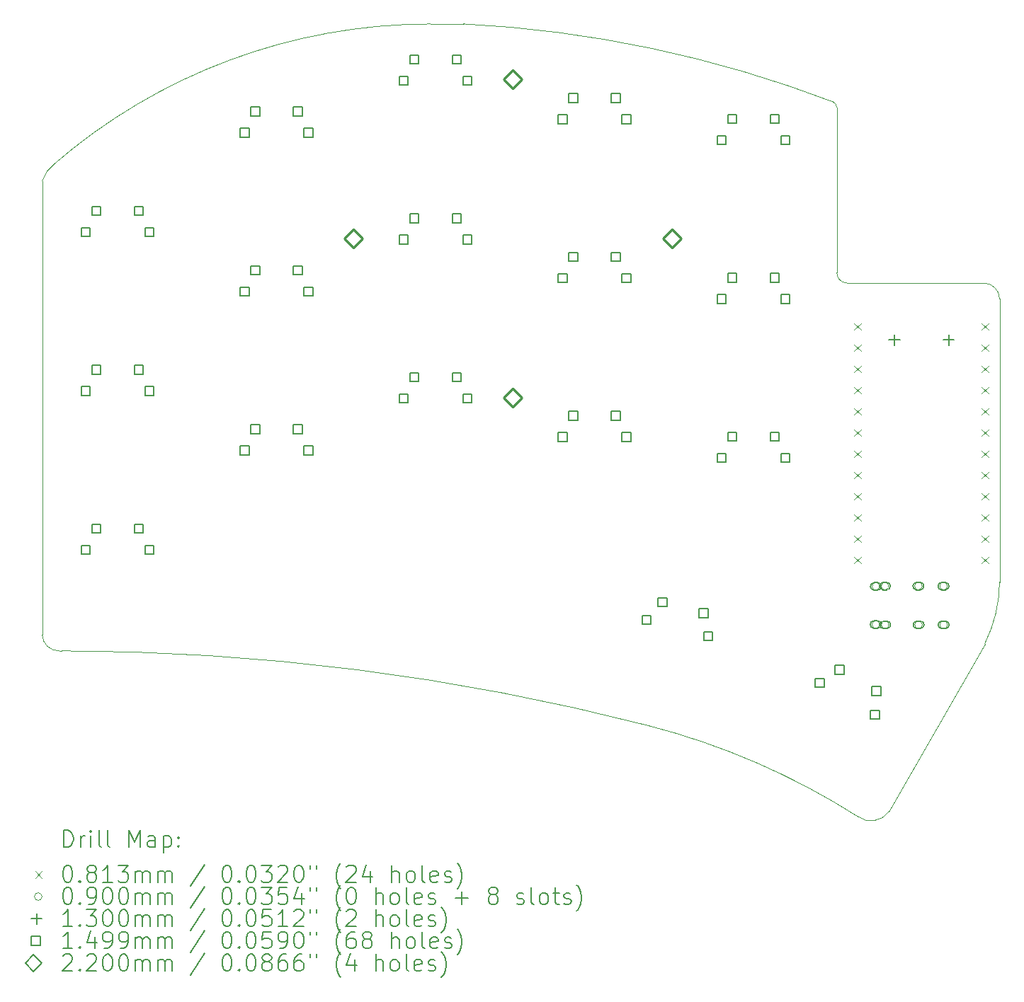
<source format=gbr>
%TF.GenerationSoftware,KiCad,Pcbnew,7.0.5*%
%TF.CreationDate,2023-06-18T12:00:02+01:00*%
%TF.ProjectId,adam-m-rounded,6164616d-2d6d-42d7-926f-756e6465642e,rev?*%
%TF.SameCoordinates,Original*%
%TF.FileFunction,Drillmap*%
%TF.FilePolarity,Positive*%
%FSLAX45Y45*%
G04 Gerber Fmt 4.5, Leading zero omitted, Abs format (unit mm)*
G04 Created by KiCad (PCBNEW 7.0.5) date 2023-06-18 12:00:02*
%MOMM*%
%LPD*%
G01*
G04 APERTURE LIST*
%ADD10C,0.050000*%
%ADD11C,0.200000*%
%ADD12C,0.081280*%
%ADD13C,0.090000*%
%ADD14C,0.130000*%
%ADD15C,0.149860*%
%ADD16C,0.220000*%
G04 APERTURE END LIST*
D10*
X18610020Y-15273665D02*
G75*
G03*
X18983217Y-15213795I157000J214435D01*
G01*
X18358520Y-6791168D02*
G75*
G03*
X18315042Y-6723115I-75000J-2D01*
G01*
X20114117Y-8890000D02*
X18478500Y-8890000D01*
X9088971Y-13291506D02*
X9061517Y-13291260D01*
X20304617Y-9080500D02*
X20304617Y-12468668D01*
X8858022Y-13098168D02*
G75*
G03*
X9061517Y-13291260I199998J6998D01*
G01*
X20304620Y-9080500D02*
G75*
G03*
X20114117Y-8890000I-190500J0D01*
G01*
X16091988Y-14182282D02*
G75*
G03*
X9088971Y-13291270I-7031008J-27295018D01*
G01*
X13896540Y-5790219D02*
X13499017Y-5790668D01*
X18315041Y-6723116D02*
G75*
G03*
X13896540Y-5790219I-5147771J-13451334D01*
G01*
X8858803Y-7667600D02*
X8858017Y-13098168D01*
X9001679Y-7466355D02*
G75*
G03*
X8858803Y-7667600I243092J-323925D01*
G01*
X20128385Y-13205234D02*
X18983217Y-15213795D01*
X18610018Y-15273667D02*
G75*
G03*
X16091988Y-14182282I-4672998J-7331002D01*
G01*
X13499017Y-5790669D02*
G75*
G03*
X9001678Y-7466354I0J-6873000D01*
G01*
X20128386Y-13205235D02*
G75*
G03*
X20304617Y-12468668I-1505596J749595D01*
G01*
X18358020Y-8763000D02*
G75*
G03*
X18478500Y-8890000I123740J-3260D01*
G01*
X18358017Y-8763000D02*
X18358517Y-6791168D01*
D11*
D12*
X18568900Y-9370660D02*
X18650180Y-9451940D01*
X18650180Y-9370660D02*
X18568900Y-9451940D01*
X18568900Y-9624660D02*
X18650180Y-9705940D01*
X18650180Y-9624660D02*
X18568900Y-9705940D01*
X18568900Y-9878660D02*
X18650180Y-9959940D01*
X18650180Y-9878660D02*
X18568900Y-9959940D01*
X18568900Y-10132660D02*
X18650180Y-10213940D01*
X18650180Y-10132660D02*
X18568900Y-10213940D01*
X18568900Y-10386660D02*
X18650180Y-10467940D01*
X18650180Y-10386660D02*
X18568900Y-10467940D01*
X18568900Y-10640660D02*
X18650180Y-10721940D01*
X18650180Y-10640660D02*
X18568900Y-10721940D01*
X18568900Y-10894660D02*
X18650180Y-10975940D01*
X18650180Y-10894660D02*
X18568900Y-10975940D01*
X18568900Y-11148660D02*
X18650180Y-11229940D01*
X18650180Y-11148660D02*
X18568900Y-11229940D01*
X18568900Y-11402660D02*
X18650180Y-11483940D01*
X18650180Y-11402660D02*
X18568900Y-11483940D01*
X18568900Y-11656660D02*
X18650180Y-11737940D01*
X18650180Y-11656660D02*
X18568900Y-11737940D01*
X18568900Y-11910660D02*
X18650180Y-11991940D01*
X18650180Y-11910660D02*
X18568900Y-11991940D01*
X18568900Y-12164660D02*
X18650180Y-12245940D01*
X18650180Y-12164660D02*
X18568900Y-12245940D01*
X20090900Y-9370660D02*
X20172180Y-9451940D01*
X20172180Y-9370660D02*
X20090900Y-9451940D01*
X20090900Y-9624660D02*
X20172180Y-9705940D01*
X20172180Y-9624660D02*
X20090900Y-9705940D01*
X20090900Y-9878660D02*
X20172180Y-9959940D01*
X20172180Y-9878660D02*
X20090900Y-9959940D01*
X20090900Y-10132660D02*
X20172180Y-10213940D01*
X20172180Y-10132660D02*
X20090900Y-10213940D01*
X20090900Y-10386660D02*
X20172180Y-10467940D01*
X20172180Y-10386660D02*
X20090900Y-10467940D01*
X20090900Y-10640660D02*
X20172180Y-10721940D01*
X20172180Y-10640660D02*
X20090900Y-10721940D01*
X20090900Y-10894660D02*
X20172180Y-10975940D01*
X20172180Y-10894660D02*
X20090900Y-10975940D01*
X20090900Y-11148660D02*
X20172180Y-11229940D01*
X20172180Y-11148660D02*
X20090900Y-11229940D01*
X20090900Y-11402660D02*
X20172180Y-11483940D01*
X20172180Y-11402660D02*
X20090900Y-11483940D01*
X20090900Y-11656660D02*
X20172180Y-11737940D01*
X20172180Y-11656660D02*
X20090900Y-11737940D01*
X20090900Y-11910660D02*
X20172180Y-11991940D01*
X20172180Y-11910660D02*
X20090900Y-11991940D01*
X20090900Y-12164660D02*
X20172180Y-12245940D01*
X20172180Y-12164660D02*
X20090900Y-12245940D01*
D13*
X18869000Y-12976500D02*
G75*
G03*
X18869000Y-12976500I-45000J0D01*
G01*
D11*
X18804000Y-13021500D02*
X18844000Y-13021500D01*
X18844000Y-13021500D02*
G75*
G03*
X18844000Y-12931500I0J45000D01*
G01*
X18844000Y-12931500D02*
X18804000Y-12931500D01*
X18804000Y-12931500D02*
G75*
G03*
X18804000Y-13021500I0J-45000D01*
G01*
D13*
X18871000Y-12519500D02*
G75*
G03*
X18871000Y-12519500I-45000J0D01*
G01*
D11*
X18846000Y-12474500D02*
X18806000Y-12474500D01*
X18806000Y-12474500D02*
G75*
G03*
X18806000Y-12564500I0J-45000D01*
G01*
X18806000Y-12564500D02*
X18846000Y-12564500D01*
X18846000Y-12564500D02*
G75*
G03*
X18846000Y-12474500I0J45000D01*
G01*
D13*
X18979000Y-12516500D02*
G75*
G03*
X18979000Y-12516500I-45000J0D01*
G01*
D11*
X18914000Y-12561500D02*
X18954000Y-12561500D01*
X18954000Y-12561500D02*
G75*
G03*
X18954000Y-12471500I0J45000D01*
G01*
X18954000Y-12471500D02*
X18914000Y-12471500D01*
X18914000Y-12471500D02*
G75*
G03*
X18914000Y-12561500I0J-45000D01*
G01*
D13*
X18981000Y-12979500D02*
G75*
G03*
X18981000Y-12979500I-45000J0D01*
G01*
D11*
X18956000Y-12934500D02*
X18916000Y-12934500D01*
X18916000Y-12934500D02*
G75*
G03*
X18916000Y-13024500I0J-45000D01*
G01*
X18916000Y-13024500D02*
X18956000Y-13024500D01*
X18956000Y-13024500D02*
G75*
G03*
X18956000Y-12934500I0J45000D01*
G01*
D13*
X19379000Y-12516500D02*
G75*
G03*
X19379000Y-12516500I-45000J0D01*
G01*
D11*
X19314000Y-12561500D02*
X19354000Y-12561500D01*
X19354000Y-12561500D02*
G75*
G03*
X19354000Y-12471500I0J45000D01*
G01*
X19354000Y-12471500D02*
X19314000Y-12471500D01*
X19314000Y-12471500D02*
G75*
G03*
X19314000Y-12561500I0J-45000D01*
G01*
D13*
X19381000Y-12979500D02*
G75*
G03*
X19381000Y-12979500I-45000J0D01*
G01*
D11*
X19356000Y-12934500D02*
X19316000Y-12934500D01*
X19316000Y-12934500D02*
G75*
G03*
X19316000Y-13024500I0J-45000D01*
G01*
X19316000Y-13024500D02*
X19356000Y-13024500D01*
X19356000Y-13024500D02*
G75*
G03*
X19356000Y-12934500I0J45000D01*
G01*
D13*
X19679000Y-12516500D02*
G75*
G03*
X19679000Y-12516500I-45000J0D01*
G01*
D11*
X19614000Y-12561500D02*
X19654000Y-12561500D01*
X19654000Y-12561500D02*
G75*
G03*
X19654000Y-12471500I0J45000D01*
G01*
X19654000Y-12471500D02*
X19614000Y-12471500D01*
X19614000Y-12471500D02*
G75*
G03*
X19614000Y-12561500I0J-45000D01*
G01*
D13*
X19681000Y-12979500D02*
G75*
G03*
X19681000Y-12979500I-45000J0D01*
G01*
D11*
X19656000Y-12934500D02*
X19616000Y-12934500D01*
X19616000Y-12934500D02*
G75*
G03*
X19616000Y-13024500I0J-45000D01*
G01*
X19616000Y-13024500D02*
X19656000Y-13024500D01*
X19656000Y-13024500D02*
G75*
G03*
X19656000Y-12934500I0J45000D01*
G01*
D14*
X19047500Y-9505000D02*
X19047500Y-9635000D01*
X18982500Y-9570000D02*
X19112500Y-9570000D01*
X19697500Y-9505000D02*
X19697500Y-9635000D01*
X19632500Y-9570000D02*
X19762500Y-9570000D01*
D15*
X9432984Y-8333484D02*
X9432984Y-8227516D01*
X9327016Y-8227516D01*
X9327016Y-8333484D01*
X9432984Y-8333484D01*
X9432984Y-10233484D02*
X9432984Y-10127516D01*
X9327016Y-10127516D01*
X9327016Y-10233484D01*
X9432984Y-10233484D01*
X9432984Y-12133484D02*
X9432984Y-12027516D01*
X9327016Y-12027516D01*
X9327016Y-12133484D01*
X9432984Y-12133484D01*
X9559984Y-8079484D02*
X9559984Y-7973516D01*
X9454016Y-7973516D01*
X9454016Y-8079484D01*
X9559984Y-8079484D01*
X9559984Y-9979484D02*
X9559984Y-9873516D01*
X9454016Y-9873516D01*
X9454016Y-9979484D01*
X9559984Y-9979484D01*
X9559984Y-11879484D02*
X9559984Y-11773516D01*
X9454016Y-11773516D01*
X9454016Y-11879484D01*
X9559984Y-11879484D01*
X10067984Y-8079484D02*
X10067984Y-7973516D01*
X9962016Y-7973516D01*
X9962016Y-8079484D01*
X10067984Y-8079484D01*
X10067984Y-9979484D02*
X10067984Y-9873516D01*
X9962016Y-9873516D01*
X9962016Y-9979484D01*
X10067984Y-9979484D01*
X10067984Y-11879484D02*
X10067984Y-11773516D01*
X9962016Y-11773516D01*
X9962016Y-11879484D01*
X10067984Y-11879484D01*
X10194984Y-8333484D02*
X10194984Y-8227516D01*
X10089016Y-8227516D01*
X10089016Y-8333484D01*
X10194984Y-8333484D01*
X10194984Y-10233484D02*
X10194984Y-10127516D01*
X10089016Y-10127516D01*
X10089016Y-10233484D01*
X10194984Y-10233484D01*
X10194984Y-12133484D02*
X10194984Y-12027516D01*
X10089016Y-12027516D01*
X10089016Y-12133484D01*
X10194984Y-12133484D01*
X11332984Y-7145984D02*
X11332984Y-7040016D01*
X11227016Y-7040016D01*
X11227016Y-7145984D01*
X11332984Y-7145984D01*
X11332984Y-9045984D02*
X11332984Y-8940016D01*
X11227016Y-8940016D01*
X11227016Y-9045984D01*
X11332984Y-9045984D01*
X11332984Y-10945984D02*
X11332984Y-10840016D01*
X11227016Y-10840016D01*
X11227016Y-10945984D01*
X11332984Y-10945984D01*
X11459984Y-6891984D02*
X11459984Y-6786016D01*
X11354016Y-6786016D01*
X11354016Y-6891984D01*
X11459984Y-6891984D01*
X11459984Y-8791984D02*
X11459984Y-8686016D01*
X11354016Y-8686016D01*
X11354016Y-8791984D01*
X11459984Y-8791984D01*
X11459984Y-10691984D02*
X11459984Y-10586016D01*
X11354016Y-10586016D01*
X11354016Y-10691984D01*
X11459984Y-10691984D01*
X11967984Y-6891984D02*
X11967984Y-6786016D01*
X11862016Y-6786016D01*
X11862016Y-6891984D01*
X11967984Y-6891984D01*
X11967984Y-8791984D02*
X11967984Y-8686016D01*
X11862016Y-8686016D01*
X11862016Y-8791984D01*
X11967984Y-8791984D01*
X11967984Y-10691984D02*
X11967984Y-10586016D01*
X11862016Y-10586016D01*
X11862016Y-10691984D01*
X11967984Y-10691984D01*
X12094984Y-7145984D02*
X12094984Y-7040016D01*
X11989016Y-7040016D01*
X11989016Y-7145984D01*
X12094984Y-7145984D01*
X12094984Y-9045984D02*
X12094984Y-8940016D01*
X11989016Y-8940016D01*
X11989016Y-9045984D01*
X12094984Y-9045984D01*
X12094984Y-10945984D02*
X12094984Y-10840016D01*
X11989016Y-10840016D01*
X11989016Y-10945984D01*
X12094984Y-10945984D01*
X13232984Y-6523484D02*
X13232984Y-6417516D01*
X13127016Y-6417516D01*
X13127016Y-6523484D01*
X13232984Y-6523484D01*
X13232984Y-8423484D02*
X13232984Y-8317516D01*
X13127016Y-8317516D01*
X13127016Y-8423484D01*
X13232984Y-8423484D01*
X13232984Y-10323484D02*
X13232984Y-10217516D01*
X13127016Y-10217516D01*
X13127016Y-10323484D01*
X13232984Y-10323484D01*
X13359984Y-6269484D02*
X13359984Y-6163516D01*
X13254016Y-6163516D01*
X13254016Y-6269484D01*
X13359984Y-6269484D01*
X13359984Y-8169484D02*
X13359984Y-8063516D01*
X13254016Y-8063516D01*
X13254016Y-8169484D01*
X13359984Y-8169484D01*
X13359984Y-10069484D02*
X13359984Y-9963516D01*
X13254016Y-9963516D01*
X13254016Y-10069484D01*
X13359984Y-10069484D01*
X13867984Y-6269484D02*
X13867984Y-6163516D01*
X13762016Y-6163516D01*
X13762016Y-6269484D01*
X13867984Y-6269484D01*
X13867984Y-8169484D02*
X13867984Y-8063516D01*
X13762016Y-8063516D01*
X13762016Y-8169484D01*
X13867984Y-8169484D01*
X13867984Y-10069484D02*
X13867984Y-9963516D01*
X13762016Y-9963516D01*
X13762016Y-10069484D01*
X13867984Y-10069484D01*
X13994984Y-6523484D02*
X13994984Y-6417516D01*
X13889016Y-6417516D01*
X13889016Y-6523484D01*
X13994984Y-6523484D01*
X13994984Y-8423484D02*
X13994984Y-8317516D01*
X13889016Y-8317516D01*
X13889016Y-8423484D01*
X13994984Y-8423484D01*
X13994984Y-10323484D02*
X13994984Y-10217516D01*
X13889016Y-10217516D01*
X13889016Y-10323484D01*
X13994984Y-10323484D01*
X15132984Y-6983484D02*
X15132984Y-6877516D01*
X15027016Y-6877516D01*
X15027016Y-6983484D01*
X15132984Y-6983484D01*
X15132984Y-8883484D02*
X15132984Y-8777516D01*
X15027016Y-8777516D01*
X15027016Y-8883484D01*
X15132984Y-8883484D01*
X15132984Y-10783484D02*
X15132984Y-10677516D01*
X15027016Y-10677516D01*
X15027016Y-10783484D01*
X15132984Y-10783484D01*
X15259984Y-6729484D02*
X15259984Y-6623516D01*
X15154016Y-6623516D01*
X15154016Y-6729484D01*
X15259984Y-6729484D01*
X15259984Y-8629484D02*
X15259984Y-8523516D01*
X15154016Y-8523516D01*
X15154016Y-8629484D01*
X15259984Y-8629484D01*
X15259984Y-10529484D02*
X15259984Y-10423516D01*
X15154016Y-10423516D01*
X15154016Y-10529484D01*
X15259984Y-10529484D01*
X15767984Y-6729484D02*
X15767984Y-6623516D01*
X15662016Y-6623516D01*
X15662016Y-6729484D01*
X15767984Y-6729484D01*
X15767984Y-8629484D02*
X15767984Y-8523516D01*
X15662016Y-8523516D01*
X15662016Y-8629484D01*
X15767984Y-8629484D01*
X15767984Y-10529484D02*
X15767984Y-10423516D01*
X15662016Y-10423516D01*
X15662016Y-10529484D01*
X15767984Y-10529484D01*
X15894984Y-6983484D02*
X15894984Y-6877516D01*
X15789016Y-6877516D01*
X15789016Y-6983484D01*
X15894984Y-6983484D01*
X15894984Y-8883484D02*
X15894984Y-8777516D01*
X15789016Y-8777516D01*
X15789016Y-8883484D01*
X15894984Y-8883484D01*
X15894984Y-10783484D02*
X15894984Y-10677516D01*
X15789016Y-10677516D01*
X15789016Y-10783484D01*
X15894984Y-10783484D01*
X16138906Y-12972329D02*
X16138906Y-12866361D01*
X16032938Y-12866361D01*
X16032938Y-12972329D01*
X16138906Y-12972329D01*
X16327319Y-12759854D02*
X16327319Y-12653886D01*
X16221351Y-12653886D01*
X16221351Y-12759854D01*
X16327319Y-12759854D01*
X16818009Y-12891334D02*
X16818009Y-12785366D01*
X16712041Y-12785366D01*
X16712041Y-12891334D01*
X16818009Y-12891334D01*
X16874942Y-13169549D02*
X16874942Y-13063581D01*
X16768974Y-13063581D01*
X16768974Y-13169549D01*
X16874942Y-13169549D01*
X17032984Y-7233484D02*
X17032984Y-7127516D01*
X16927016Y-7127516D01*
X16927016Y-7233484D01*
X17032984Y-7233484D01*
X17032984Y-9133484D02*
X17032984Y-9027516D01*
X16927016Y-9027516D01*
X16927016Y-9133484D01*
X17032984Y-9133484D01*
X17032984Y-11033484D02*
X17032984Y-10927516D01*
X16927016Y-10927516D01*
X16927016Y-11033484D01*
X17032984Y-11033484D01*
X17159984Y-6979484D02*
X17159984Y-6873516D01*
X17054016Y-6873516D01*
X17054016Y-6979484D01*
X17159984Y-6979484D01*
X17159984Y-8879484D02*
X17159984Y-8773516D01*
X17054016Y-8773516D01*
X17054016Y-8879484D01*
X17159984Y-8879484D01*
X17159984Y-10779484D02*
X17159984Y-10673516D01*
X17054016Y-10673516D01*
X17054016Y-10779484D01*
X17159984Y-10779484D01*
X17667984Y-6979484D02*
X17667984Y-6873516D01*
X17562016Y-6873516D01*
X17562016Y-6979484D01*
X17667984Y-6979484D01*
X17667984Y-8879484D02*
X17667984Y-8773516D01*
X17562016Y-8773516D01*
X17562016Y-8879484D01*
X17667984Y-8879484D01*
X17667984Y-10779484D02*
X17667984Y-10673516D01*
X17562016Y-10673516D01*
X17562016Y-10779484D01*
X17667984Y-10779484D01*
X17794984Y-7233484D02*
X17794984Y-7127516D01*
X17689016Y-7127516D01*
X17689016Y-7233484D01*
X17794984Y-7233484D01*
X17794984Y-9133484D02*
X17794984Y-9027516D01*
X17689016Y-9027516D01*
X17689016Y-9133484D01*
X17794984Y-9133484D01*
X17794984Y-11033484D02*
X17794984Y-10927516D01*
X17689016Y-10927516D01*
X17689016Y-11033484D01*
X17794984Y-11033484D01*
X18206028Y-13727413D02*
X18206028Y-13621445D01*
X18100060Y-13621445D01*
X18100060Y-13727413D01*
X18206028Y-13727413D01*
X18443014Y-13570943D02*
X18443014Y-13464975D01*
X18337046Y-13464975D01*
X18337046Y-13570943D01*
X18443014Y-13570943D01*
X18865940Y-14108413D02*
X18865940Y-14002445D01*
X18759972Y-14002445D01*
X18759972Y-14108413D01*
X18865940Y-14108413D01*
X18882955Y-13824943D02*
X18882955Y-13718975D01*
X18776987Y-13718975D01*
X18776987Y-13824943D01*
X18882955Y-13824943D01*
D16*
X12576200Y-8462900D02*
X12686200Y-8352900D01*
X12576200Y-8242900D01*
X12466200Y-8352900D01*
X12576200Y-8462900D01*
X14481200Y-6557900D02*
X14591200Y-6447900D01*
X14481200Y-6337900D01*
X14371200Y-6447900D01*
X14481200Y-6557900D01*
X14481200Y-10367900D02*
X14591200Y-10257900D01*
X14481200Y-10147900D01*
X14371200Y-10257900D01*
X14481200Y-10367900D01*
X16386200Y-8462900D02*
X16496200Y-8352900D01*
X16386200Y-8242900D01*
X16276200Y-8352900D01*
X16386200Y-8462900D01*
D11*
X9116294Y-15638980D02*
X9116294Y-15438980D01*
X9116294Y-15438980D02*
X9163913Y-15438980D01*
X9163913Y-15438980D02*
X9192484Y-15448503D01*
X9192484Y-15448503D02*
X9211532Y-15467551D01*
X9211532Y-15467551D02*
X9221056Y-15486599D01*
X9221056Y-15486599D02*
X9230580Y-15524694D01*
X9230580Y-15524694D02*
X9230580Y-15553265D01*
X9230580Y-15553265D02*
X9221056Y-15591360D01*
X9221056Y-15591360D02*
X9211532Y-15610408D01*
X9211532Y-15610408D02*
X9192484Y-15629456D01*
X9192484Y-15629456D02*
X9163913Y-15638980D01*
X9163913Y-15638980D02*
X9116294Y-15638980D01*
X9316294Y-15638980D02*
X9316294Y-15505646D01*
X9316294Y-15543741D02*
X9325818Y-15524694D01*
X9325818Y-15524694D02*
X9335342Y-15515170D01*
X9335342Y-15515170D02*
X9354389Y-15505646D01*
X9354389Y-15505646D02*
X9373437Y-15505646D01*
X9440103Y-15638980D02*
X9440103Y-15505646D01*
X9440103Y-15438980D02*
X9430580Y-15448503D01*
X9430580Y-15448503D02*
X9440103Y-15458027D01*
X9440103Y-15458027D02*
X9449627Y-15448503D01*
X9449627Y-15448503D02*
X9440103Y-15438980D01*
X9440103Y-15438980D02*
X9440103Y-15458027D01*
X9563913Y-15638980D02*
X9544865Y-15629456D01*
X9544865Y-15629456D02*
X9535342Y-15610408D01*
X9535342Y-15610408D02*
X9535342Y-15438980D01*
X9668675Y-15638980D02*
X9649627Y-15629456D01*
X9649627Y-15629456D02*
X9640103Y-15610408D01*
X9640103Y-15610408D02*
X9640103Y-15438980D01*
X9897246Y-15638980D02*
X9897246Y-15438980D01*
X9897246Y-15438980D02*
X9963913Y-15581837D01*
X9963913Y-15581837D02*
X10030580Y-15438980D01*
X10030580Y-15438980D02*
X10030580Y-15638980D01*
X10211532Y-15638980D02*
X10211532Y-15534218D01*
X10211532Y-15534218D02*
X10202008Y-15515170D01*
X10202008Y-15515170D02*
X10182961Y-15505646D01*
X10182961Y-15505646D02*
X10144865Y-15505646D01*
X10144865Y-15505646D02*
X10125818Y-15515170D01*
X10211532Y-15629456D02*
X10192484Y-15638980D01*
X10192484Y-15638980D02*
X10144865Y-15638980D01*
X10144865Y-15638980D02*
X10125818Y-15629456D01*
X10125818Y-15629456D02*
X10116294Y-15610408D01*
X10116294Y-15610408D02*
X10116294Y-15591360D01*
X10116294Y-15591360D02*
X10125818Y-15572313D01*
X10125818Y-15572313D02*
X10144865Y-15562789D01*
X10144865Y-15562789D02*
X10192484Y-15562789D01*
X10192484Y-15562789D02*
X10211532Y-15553265D01*
X10306770Y-15505646D02*
X10306770Y-15705646D01*
X10306770Y-15515170D02*
X10325818Y-15505646D01*
X10325818Y-15505646D02*
X10363913Y-15505646D01*
X10363913Y-15505646D02*
X10382961Y-15515170D01*
X10382961Y-15515170D02*
X10392484Y-15524694D01*
X10392484Y-15524694D02*
X10402008Y-15543741D01*
X10402008Y-15543741D02*
X10402008Y-15600884D01*
X10402008Y-15600884D02*
X10392484Y-15619932D01*
X10392484Y-15619932D02*
X10382961Y-15629456D01*
X10382961Y-15629456D02*
X10363913Y-15638980D01*
X10363913Y-15638980D02*
X10325818Y-15638980D01*
X10325818Y-15638980D02*
X10306770Y-15629456D01*
X10487723Y-15619932D02*
X10497246Y-15629456D01*
X10497246Y-15629456D02*
X10487723Y-15638980D01*
X10487723Y-15638980D02*
X10478199Y-15629456D01*
X10478199Y-15629456D02*
X10487723Y-15619932D01*
X10487723Y-15619932D02*
X10487723Y-15638980D01*
X10487723Y-15515170D02*
X10497246Y-15524694D01*
X10497246Y-15524694D02*
X10487723Y-15534218D01*
X10487723Y-15534218D02*
X10478199Y-15524694D01*
X10478199Y-15524694D02*
X10487723Y-15515170D01*
X10487723Y-15515170D02*
X10487723Y-15534218D01*
D12*
X8774237Y-15926856D02*
X8855517Y-16008136D01*
X8855517Y-15926856D02*
X8774237Y-16008136D01*
D11*
X9154389Y-15858980D02*
X9173437Y-15858980D01*
X9173437Y-15858980D02*
X9192484Y-15868503D01*
X9192484Y-15868503D02*
X9202008Y-15878027D01*
X9202008Y-15878027D02*
X9211532Y-15897075D01*
X9211532Y-15897075D02*
X9221056Y-15935170D01*
X9221056Y-15935170D02*
X9221056Y-15982789D01*
X9221056Y-15982789D02*
X9211532Y-16020884D01*
X9211532Y-16020884D02*
X9202008Y-16039932D01*
X9202008Y-16039932D02*
X9192484Y-16049456D01*
X9192484Y-16049456D02*
X9173437Y-16058980D01*
X9173437Y-16058980D02*
X9154389Y-16058980D01*
X9154389Y-16058980D02*
X9135342Y-16049456D01*
X9135342Y-16049456D02*
X9125818Y-16039932D01*
X9125818Y-16039932D02*
X9116294Y-16020884D01*
X9116294Y-16020884D02*
X9106770Y-15982789D01*
X9106770Y-15982789D02*
X9106770Y-15935170D01*
X9106770Y-15935170D02*
X9116294Y-15897075D01*
X9116294Y-15897075D02*
X9125818Y-15878027D01*
X9125818Y-15878027D02*
X9135342Y-15868503D01*
X9135342Y-15868503D02*
X9154389Y-15858980D01*
X9306770Y-16039932D02*
X9316294Y-16049456D01*
X9316294Y-16049456D02*
X9306770Y-16058980D01*
X9306770Y-16058980D02*
X9297246Y-16049456D01*
X9297246Y-16049456D02*
X9306770Y-16039932D01*
X9306770Y-16039932D02*
X9306770Y-16058980D01*
X9430580Y-15944694D02*
X9411532Y-15935170D01*
X9411532Y-15935170D02*
X9402008Y-15925646D01*
X9402008Y-15925646D02*
X9392484Y-15906599D01*
X9392484Y-15906599D02*
X9392484Y-15897075D01*
X9392484Y-15897075D02*
X9402008Y-15878027D01*
X9402008Y-15878027D02*
X9411532Y-15868503D01*
X9411532Y-15868503D02*
X9430580Y-15858980D01*
X9430580Y-15858980D02*
X9468675Y-15858980D01*
X9468675Y-15858980D02*
X9487723Y-15868503D01*
X9487723Y-15868503D02*
X9497246Y-15878027D01*
X9497246Y-15878027D02*
X9506770Y-15897075D01*
X9506770Y-15897075D02*
X9506770Y-15906599D01*
X9506770Y-15906599D02*
X9497246Y-15925646D01*
X9497246Y-15925646D02*
X9487723Y-15935170D01*
X9487723Y-15935170D02*
X9468675Y-15944694D01*
X9468675Y-15944694D02*
X9430580Y-15944694D01*
X9430580Y-15944694D02*
X9411532Y-15954218D01*
X9411532Y-15954218D02*
X9402008Y-15963741D01*
X9402008Y-15963741D02*
X9392484Y-15982789D01*
X9392484Y-15982789D02*
X9392484Y-16020884D01*
X9392484Y-16020884D02*
X9402008Y-16039932D01*
X9402008Y-16039932D02*
X9411532Y-16049456D01*
X9411532Y-16049456D02*
X9430580Y-16058980D01*
X9430580Y-16058980D02*
X9468675Y-16058980D01*
X9468675Y-16058980D02*
X9487723Y-16049456D01*
X9487723Y-16049456D02*
X9497246Y-16039932D01*
X9497246Y-16039932D02*
X9506770Y-16020884D01*
X9506770Y-16020884D02*
X9506770Y-15982789D01*
X9506770Y-15982789D02*
X9497246Y-15963741D01*
X9497246Y-15963741D02*
X9487723Y-15954218D01*
X9487723Y-15954218D02*
X9468675Y-15944694D01*
X9697246Y-16058980D02*
X9582961Y-16058980D01*
X9640103Y-16058980D02*
X9640103Y-15858980D01*
X9640103Y-15858980D02*
X9621056Y-15887551D01*
X9621056Y-15887551D02*
X9602008Y-15906599D01*
X9602008Y-15906599D02*
X9582961Y-15916122D01*
X9763913Y-15858980D02*
X9887723Y-15858980D01*
X9887723Y-15858980D02*
X9821056Y-15935170D01*
X9821056Y-15935170D02*
X9849627Y-15935170D01*
X9849627Y-15935170D02*
X9868675Y-15944694D01*
X9868675Y-15944694D02*
X9878199Y-15954218D01*
X9878199Y-15954218D02*
X9887723Y-15973265D01*
X9887723Y-15973265D02*
X9887723Y-16020884D01*
X9887723Y-16020884D02*
X9878199Y-16039932D01*
X9878199Y-16039932D02*
X9868675Y-16049456D01*
X9868675Y-16049456D02*
X9849627Y-16058980D01*
X9849627Y-16058980D02*
X9792484Y-16058980D01*
X9792484Y-16058980D02*
X9773437Y-16049456D01*
X9773437Y-16049456D02*
X9763913Y-16039932D01*
X9973437Y-16058980D02*
X9973437Y-15925646D01*
X9973437Y-15944694D02*
X9982961Y-15935170D01*
X9982961Y-15935170D02*
X10002008Y-15925646D01*
X10002008Y-15925646D02*
X10030580Y-15925646D01*
X10030580Y-15925646D02*
X10049627Y-15935170D01*
X10049627Y-15935170D02*
X10059151Y-15954218D01*
X10059151Y-15954218D02*
X10059151Y-16058980D01*
X10059151Y-15954218D02*
X10068675Y-15935170D01*
X10068675Y-15935170D02*
X10087723Y-15925646D01*
X10087723Y-15925646D02*
X10116294Y-15925646D01*
X10116294Y-15925646D02*
X10135342Y-15935170D01*
X10135342Y-15935170D02*
X10144865Y-15954218D01*
X10144865Y-15954218D02*
X10144865Y-16058980D01*
X10240104Y-16058980D02*
X10240104Y-15925646D01*
X10240104Y-15944694D02*
X10249627Y-15935170D01*
X10249627Y-15935170D02*
X10268675Y-15925646D01*
X10268675Y-15925646D02*
X10297246Y-15925646D01*
X10297246Y-15925646D02*
X10316294Y-15935170D01*
X10316294Y-15935170D02*
X10325818Y-15954218D01*
X10325818Y-15954218D02*
X10325818Y-16058980D01*
X10325818Y-15954218D02*
X10335342Y-15935170D01*
X10335342Y-15935170D02*
X10354389Y-15925646D01*
X10354389Y-15925646D02*
X10382961Y-15925646D01*
X10382961Y-15925646D02*
X10402008Y-15935170D01*
X10402008Y-15935170D02*
X10411532Y-15954218D01*
X10411532Y-15954218D02*
X10411532Y-16058980D01*
X10802008Y-15849456D02*
X10630580Y-16106599D01*
X11059151Y-15858980D02*
X11078199Y-15858980D01*
X11078199Y-15858980D02*
X11097247Y-15868503D01*
X11097247Y-15868503D02*
X11106770Y-15878027D01*
X11106770Y-15878027D02*
X11116294Y-15897075D01*
X11116294Y-15897075D02*
X11125818Y-15935170D01*
X11125818Y-15935170D02*
X11125818Y-15982789D01*
X11125818Y-15982789D02*
X11116294Y-16020884D01*
X11116294Y-16020884D02*
X11106770Y-16039932D01*
X11106770Y-16039932D02*
X11097247Y-16049456D01*
X11097247Y-16049456D02*
X11078199Y-16058980D01*
X11078199Y-16058980D02*
X11059151Y-16058980D01*
X11059151Y-16058980D02*
X11040104Y-16049456D01*
X11040104Y-16049456D02*
X11030580Y-16039932D01*
X11030580Y-16039932D02*
X11021056Y-16020884D01*
X11021056Y-16020884D02*
X11011532Y-15982789D01*
X11011532Y-15982789D02*
X11011532Y-15935170D01*
X11011532Y-15935170D02*
X11021056Y-15897075D01*
X11021056Y-15897075D02*
X11030580Y-15878027D01*
X11030580Y-15878027D02*
X11040104Y-15868503D01*
X11040104Y-15868503D02*
X11059151Y-15858980D01*
X11211532Y-16039932D02*
X11221056Y-16049456D01*
X11221056Y-16049456D02*
X11211532Y-16058980D01*
X11211532Y-16058980D02*
X11202008Y-16049456D01*
X11202008Y-16049456D02*
X11211532Y-16039932D01*
X11211532Y-16039932D02*
X11211532Y-16058980D01*
X11344865Y-15858980D02*
X11363913Y-15858980D01*
X11363913Y-15858980D02*
X11382961Y-15868503D01*
X11382961Y-15868503D02*
X11392485Y-15878027D01*
X11392485Y-15878027D02*
X11402008Y-15897075D01*
X11402008Y-15897075D02*
X11411532Y-15935170D01*
X11411532Y-15935170D02*
X11411532Y-15982789D01*
X11411532Y-15982789D02*
X11402008Y-16020884D01*
X11402008Y-16020884D02*
X11392485Y-16039932D01*
X11392485Y-16039932D02*
X11382961Y-16049456D01*
X11382961Y-16049456D02*
X11363913Y-16058980D01*
X11363913Y-16058980D02*
X11344865Y-16058980D01*
X11344865Y-16058980D02*
X11325818Y-16049456D01*
X11325818Y-16049456D02*
X11316294Y-16039932D01*
X11316294Y-16039932D02*
X11306770Y-16020884D01*
X11306770Y-16020884D02*
X11297246Y-15982789D01*
X11297246Y-15982789D02*
X11297246Y-15935170D01*
X11297246Y-15935170D02*
X11306770Y-15897075D01*
X11306770Y-15897075D02*
X11316294Y-15878027D01*
X11316294Y-15878027D02*
X11325818Y-15868503D01*
X11325818Y-15868503D02*
X11344865Y-15858980D01*
X11478199Y-15858980D02*
X11602008Y-15858980D01*
X11602008Y-15858980D02*
X11535342Y-15935170D01*
X11535342Y-15935170D02*
X11563913Y-15935170D01*
X11563913Y-15935170D02*
X11582961Y-15944694D01*
X11582961Y-15944694D02*
X11592485Y-15954218D01*
X11592485Y-15954218D02*
X11602008Y-15973265D01*
X11602008Y-15973265D02*
X11602008Y-16020884D01*
X11602008Y-16020884D02*
X11592485Y-16039932D01*
X11592485Y-16039932D02*
X11582961Y-16049456D01*
X11582961Y-16049456D02*
X11563913Y-16058980D01*
X11563913Y-16058980D02*
X11506770Y-16058980D01*
X11506770Y-16058980D02*
X11487723Y-16049456D01*
X11487723Y-16049456D02*
X11478199Y-16039932D01*
X11678199Y-15878027D02*
X11687723Y-15868503D01*
X11687723Y-15868503D02*
X11706770Y-15858980D01*
X11706770Y-15858980D02*
X11754389Y-15858980D01*
X11754389Y-15858980D02*
X11773437Y-15868503D01*
X11773437Y-15868503D02*
X11782961Y-15878027D01*
X11782961Y-15878027D02*
X11792485Y-15897075D01*
X11792485Y-15897075D02*
X11792485Y-15916122D01*
X11792485Y-15916122D02*
X11782961Y-15944694D01*
X11782961Y-15944694D02*
X11668675Y-16058980D01*
X11668675Y-16058980D02*
X11792485Y-16058980D01*
X11916294Y-15858980D02*
X11935342Y-15858980D01*
X11935342Y-15858980D02*
X11954389Y-15868503D01*
X11954389Y-15868503D02*
X11963913Y-15878027D01*
X11963913Y-15878027D02*
X11973437Y-15897075D01*
X11973437Y-15897075D02*
X11982961Y-15935170D01*
X11982961Y-15935170D02*
X11982961Y-15982789D01*
X11982961Y-15982789D02*
X11973437Y-16020884D01*
X11973437Y-16020884D02*
X11963913Y-16039932D01*
X11963913Y-16039932D02*
X11954389Y-16049456D01*
X11954389Y-16049456D02*
X11935342Y-16058980D01*
X11935342Y-16058980D02*
X11916294Y-16058980D01*
X11916294Y-16058980D02*
X11897246Y-16049456D01*
X11897246Y-16049456D02*
X11887723Y-16039932D01*
X11887723Y-16039932D02*
X11878199Y-16020884D01*
X11878199Y-16020884D02*
X11868675Y-15982789D01*
X11868675Y-15982789D02*
X11868675Y-15935170D01*
X11868675Y-15935170D02*
X11878199Y-15897075D01*
X11878199Y-15897075D02*
X11887723Y-15878027D01*
X11887723Y-15878027D02*
X11897246Y-15868503D01*
X11897246Y-15868503D02*
X11916294Y-15858980D01*
X12059151Y-15858980D02*
X12059151Y-15897075D01*
X12135342Y-15858980D02*
X12135342Y-15897075D01*
X12430580Y-16135170D02*
X12421056Y-16125646D01*
X12421056Y-16125646D02*
X12402008Y-16097075D01*
X12402008Y-16097075D02*
X12392485Y-16078027D01*
X12392485Y-16078027D02*
X12382961Y-16049456D01*
X12382961Y-16049456D02*
X12373437Y-16001837D01*
X12373437Y-16001837D02*
X12373437Y-15963741D01*
X12373437Y-15963741D02*
X12382961Y-15916122D01*
X12382961Y-15916122D02*
X12392485Y-15887551D01*
X12392485Y-15887551D02*
X12402008Y-15868503D01*
X12402008Y-15868503D02*
X12421056Y-15839932D01*
X12421056Y-15839932D02*
X12430580Y-15830408D01*
X12497247Y-15878027D02*
X12506770Y-15868503D01*
X12506770Y-15868503D02*
X12525818Y-15858980D01*
X12525818Y-15858980D02*
X12573437Y-15858980D01*
X12573437Y-15858980D02*
X12592485Y-15868503D01*
X12592485Y-15868503D02*
X12602008Y-15878027D01*
X12602008Y-15878027D02*
X12611532Y-15897075D01*
X12611532Y-15897075D02*
X12611532Y-15916122D01*
X12611532Y-15916122D02*
X12602008Y-15944694D01*
X12602008Y-15944694D02*
X12487723Y-16058980D01*
X12487723Y-16058980D02*
X12611532Y-16058980D01*
X12782961Y-15925646D02*
X12782961Y-16058980D01*
X12735342Y-15849456D02*
X12687723Y-15992313D01*
X12687723Y-15992313D02*
X12811532Y-15992313D01*
X13040104Y-16058980D02*
X13040104Y-15858980D01*
X13125818Y-16058980D02*
X13125818Y-15954218D01*
X13125818Y-15954218D02*
X13116294Y-15935170D01*
X13116294Y-15935170D02*
X13097247Y-15925646D01*
X13097247Y-15925646D02*
X13068675Y-15925646D01*
X13068675Y-15925646D02*
X13049628Y-15935170D01*
X13049628Y-15935170D02*
X13040104Y-15944694D01*
X13249628Y-16058980D02*
X13230580Y-16049456D01*
X13230580Y-16049456D02*
X13221056Y-16039932D01*
X13221056Y-16039932D02*
X13211532Y-16020884D01*
X13211532Y-16020884D02*
X13211532Y-15963741D01*
X13211532Y-15963741D02*
X13221056Y-15944694D01*
X13221056Y-15944694D02*
X13230580Y-15935170D01*
X13230580Y-15935170D02*
X13249628Y-15925646D01*
X13249628Y-15925646D02*
X13278199Y-15925646D01*
X13278199Y-15925646D02*
X13297247Y-15935170D01*
X13297247Y-15935170D02*
X13306770Y-15944694D01*
X13306770Y-15944694D02*
X13316294Y-15963741D01*
X13316294Y-15963741D02*
X13316294Y-16020884D01*
X13316294Y-16020884D02*
X13306770Y-16039932D01*
X13306770Y-16039932D02*
X13297247Y-16049456D01*
X13297247Y-16049456D02*
X13278199Y-16058980D01*
X13278199Y-16058980D02*
X13249628Y-16058980D01*
X13430580Y-16058980D02*
X13411532Y-16049456D01*
X13411532Y-16049456D02*
X13402009Y-16030408D01*
X13402009Y-16030408D02*
X13402009Y-15858980D01*
X13582961Y-16049456D02*
X13563913Y-16058980D01*
X13563913Y-16058980D02*
X13525818Y-16058980D01*
X13525818Y-16058980D02*
X13506770Y-16049456D01*
X13506770Y-16049456D02*
X13497247Y-16030408D01*
X13497247Y-16030408D02*
X13497247Y-15954218D01*
X13497247Y-15954218D02*
X13506770Y-15935170D01*
X13506770Y-15935170D02*
X13525818Y-15925646D01*
X13525818Y-15925646D02*
X13563913Y-15925646D01*
X13563913Y-15925646D02*
X13582961Y-15935170D01*
X13582961Y-15935170D02*
X13592485Y-15954218D01*
X13592485Y-15954218D02*
X13592485Y-15973265D01*
X13592485Y-15973265D02*
X13497247Y-15992313D01*
X13668675Y-16049456D02*
X13687723Y-16058980D01*
X13687723Y-16058980D02*
X13725818Y-16058980D01*
X13725818Y-16058980D02*
X13744866Y-16049456D01*
X13744866Y-16049456D02*
X13754390Y-16030408D01*
X13754390Y-16030408D02*
X13754390Y-16020884D01*
X13754390Y-16020884D02*
X13744866Y-16001837D01*
X13744866Y-16001837D02*
X13725818Y-15992313D01*
X13725818Y-15992313D02*
X13697247Y-15992313D01*
X13697247Y-15992313D02*
X13678199Y-15982789D01*
X13678199Y-15982789D02*
X13668675Y-15963741D01*
X13668675Y-15963741D02*
X13668675Y-15954218D01*
X13668675Y-15954218D02*
X13678199Y-15935170D01*
X13678199Y-15935170D02*
X13697247Y-15925646D01*
X13697247Y-15925646D02*
X13725818Y-15925646D01*
X13725818Y-15925646D02*
X13744866Y-15935170D01*
X13821056Y-16135170D02*
X13830580Y-16125646D01*
X13830580Y-16125646D02*
X13849628Y-16097075D01*
X13849628Y-16097075D02*
X13859151Y-16078027D01*
X13859151Y-16078027D02*
X13868675Y-16049456D01*
X13868675Y-16049456D02*
X13878199Y-16001837D01*
X13878199Y-16001837D02*
X13878199Y-15963741D01*
X13878199Y-15963741D02*
X13868675Y-15916122D01*
X13868675Y-15916122D02*
X13859151Y-15887551D01*
X13859151Y-15887551D02*
X13849628Y-15868503D01*
X13849628Y-15868503D02*
X13830580Y-15839932D01*
X13830580Y-15839932D02*
X13821056Y-15830408D01*
D13*
X8855517Y-16231496D02*
G75*
G03*
X8855517Y-16231496I-45000J0D01*
G01*
D11*
X9154389Y-16122980D02*
X9173437Y-16122980D01*
X9173437Y-16122980D02*
X9192484Y-16132503D01*
X9192484Y-16132503D02*
X9202008Y-16142027D01*
X9202008Y-16142027D02*
X9211532Y-16161075D01*
X9211532Y-16161075D02*
X9221056Y-16199170D01*
X9221056Y-16199170D02*
X9221056Y-16246789D01*
X9221056Y-16246789D02*
X9211532Y-16284884D01*
X9211532Y-16284884D02*
X9202008Y-16303932D01*
X9202008Y-16303932D02*
X9192484Y-16313456D01*
X9192484Y-16313456D02*
X9173437Y-16322980D01*
X9173437Y-16322980D02*
X9154389Y-16322980D01*
X9154389Y-16322980D02*
X9135342Y-16313456D01*
X9135342Y-16313456D02*
X9125818Y-16303932D01*
X9125818Y-16303932D02*
X9116294Y-16284884D01*
X9116294Y-16284884D02*
X9106770Y-16246789D01*
X9106770Y-16246789D02*
X9106770Y-16199170D01*
X9106770Y-16199170D02*
X9116294Y-16161075D01*
X9116294Y-16161075D02*
X9125818Y-16142027D01*
X9125818Y-16142027D02*
X9135342Y-16132503D01*
X9135342Y-16132503D02*
X9154389Y-16122980D01*
X9306770Y-16303932D02*
X9316294Y-16313456D01*
X9316294Y-16313456D02*
X9306770Y-16322980D01*
X9306770Y-16322980D02*
X9297246Y-16313456D01*
X9297246Y-16313456D02*
X9306770Y-16303932D01*
X9306770Y-16303932D02*
X9306770Y-16322980D01*
X9411532Y-16322980D02*
X9449627Y-16322980D01*
X9449627Y-16322980D02*
X9468675Y-16313456D01*
X9468675Y-16313456D02*
X9478199Y-16303932D01*
X9478199Y-16303932D02*
X9497246Y-16275360D01*
X9497246Y-16275360D02*
X9506770Y-16237265D01*
X9506770Y-16237265D02*
X9506770Y-16161075D01*
X9506770Y-16161075D02*
X9497246Y-16142027D01*
X9497246Y-16142027D02*
X9487723Y-16132503D01*
X9487723Y-16132503D02*
X9468675Y-16122980D01*
X9468675Y-16122980D02*
X9430580Y-16122980D01*
X9430580Y-16122980D02*
X9411532Y-16132503D01*
X9411532Y-16132503D02*
X9402008Y-16142027D01*
X9402008Y-16142027D02*
X9392484Y-16161075D01*
X9392484Y-16161075D02*
X9392484Y-16208694D01*
X9392484Y-16208694D02*
X9402008Y-16227741D01*
X9402008Y-16227741D02*
X9411532Y-16237265D01*
X9411532Y-16237265D02*
X9430580Y-16246789D01*
X9430580Y-16246789D02*
X9468675Y-16246789D01*
X9468675Y-16246789D02*
X9487723Y-16237265D01*
X9487723Y-16237265D02*
X9497246Y-16227741D01*
X9497246Y-16227741D02*
X9506770Y-16208694D01*
X9630580Y-16122980D02*
X9649627Y-16122980D01*
X9649627Y-16122980D02*
X9668675Y-16132503D01*
X9668675Y-16132503D02*
X9678199Y-16142027D01*
X9678199Y-16142027D02*
X9687723Y-16161075D01*
X9687723Y-16161075D02*
X9697246Y-16199170D01*
X9697246Y-16199170D02*
X9697246Y-16246789D01*
X9697246Y-16246789D02*
X9687723Y-16284884D01*
X9687723Y-16284884D02*
X9678199Y-16303932D01*
X9678199Y-16303932D02*
X9668675Y-16313456D01*
X9668675Y-16313456D02*
X9649627Y-16322980D01*
X9649627Y-16322980D02*
X9630580Y-16322980D01*
X9630580Y-16322980D02*
X9611532Y-16313456D01*
X9611532Y-16313456D02*
X9602008Y-16303932D01*
X9602008Y-16303932D02*
X9592484Y-16284884D01*
X9592484Y-16284884D02*
X9582961Y-16246789D01*
X9582961Y-16246789D02*
X9582961Y-16199170D01*
X9582961Y-16199170D02*
X9592484Y-16161075D01*
X9592484Y-16161075D02*
X9602008Y-16142027D01*
X9602008Y-16142027D02*
X9611532Y-16132503D01*
X9611532Y-16132503D02*
X9630580Y-16122980D01*
X9821056Y-16122980D02*
X9840104Y-16122980D01*
X9840104Y-16122980D02*
X9859151Y-16132503D01*
X9859151Y-16132503D02*
X9868675Y-16142027D01*
X9868675Y-16142027D02*
X9878199Y-16161075D01*
X9878199Y-16161075D02*
X9887723Y-16199170D01*
X9887723Y-16199170D02*
X9887723Y-16246789D01*
X9887723Y-16246789D02*
X9878199Y-16284884D01*
X9878199Y-16284884D02*
X9868675Y-16303932D01*
X9868675Y-16303932D02*
X9859151Y-16313456D01*
X9859151Y-16313456D02*
X9840104Y-16322980D01*
X9840104Y-16322980D02*
X9821056Y-16322980D01*
X9821056Y-16322980D02*
X9802008Y-16313456D01*
X9802008Y-16313456D02*
X9792484Y-16303932D01*
X9792484Y-16303932D02*
X9782961Y-16284884D01*
X9782961Y-16284884D02*
X9773437Y-16246789D01*
X9773437Y-16246789D02*
X9773437Y-16199170D01*
X9773437Y-16199170D02*
X9782961Y-16161075D01*
X9782961Y-16161075D02*
X9792484Y-16142027D01*
X9792484Y-16142027D02*
X9802008Y-16132503D01*
X9802008Y-16132503D02*
X9821056Y-16122980D01*
X9973437Y-16322980D02*
X9973437Y-16189646D01*
X9973437Y-16208694D02*
X9982961Y-16199170D01*
X9982961Y-16199170D02*
X10002008Y-16189646D01*
X10002008Y-16189646D02*
X10030580Y-16189646D01*
X10030580Y-16189646D02*
X10049627Y-16199170D01*
X10049627Y-16199170D02*
X10059151Y-16218218D01*
X10059151Y-16218218D02*
X10059151Y-16322980D01*
X10059151Y-16218218D02*
X10068675Y-16199170D01*
X10068675Y-16199170D02*
X10087723Y-16189646D01*
X10087723Y-16189646D02*
X10116294Y-16189646D01*
X10116294Y-16189646D02*
X10135342Y-16199170D01*
X10135342Y-16199170D02*
X10144865Y-16218218D01*
X10144865Y-16218218D02*
X10144865Y-16322980D01*
X10240104Y-16322980D02*
X10240104Y-16189646D01*
X10240104Y-16208694D02*
X10249627Y-16199170D01*
X10249627Y-16199170D02*
X10268675Y-16189646D01*
X10268675Y-16189646D02*
X10297246Y-16189646D01*
X10297246Y-16189646D02*
X10316294Y-16199170D01*
X10316294Y-16199170D02*
X10325818Y-16218218D01*
X10325818Y-16218218D02*
X10325818Y-16322980D01*
X10325818Y-16218218D02*
X10335342Y-16199170D01*
X10335342Y-16199170D02*
X10354389Y-16189646D01*
X10354389Y-16189646D02*
X10382961Y-16189646D01*
X10382961Y-16189646D02*
X10402008Y-16199170D01*
X10402008Y-16199170D02*
X10411532Y-16218218D01*
X10411532Y-16218218D02*
X10411532Y-16322980D01*
X10802008Y-16113456D02*
X10630580Y-16370599D01*
X11059151Y-16122980D02*
X11078199Y-16122980D01*
X11078199Y-16122980D02*
X11097247Y-16132503D01*
X11097247Y-16132503D02*
X11106770Y-16142027D01*
X11106770Y-16142027D02*
X11116294Y-16161075D01*
X11116294Y-16161075D02*
X11125818Y-16199170D01*
X11125818Y-16199170D02*
X11125818Y-16246789D01*
X11125818Y-16246789D02*
X11116294Y-16284884D01*
X11116294Y-16284884D02*
X11106770Y-16303932D01*
X11106770Y-16303932D02*
X11097247Y-16313456D01*
X11097247Y-16313456D02*
X11078199Y-16322980D01*
X11078199Y-16322980D02*
X11059151Y-16322980D01*
X11059151Y-16322980D02*
X11040104Y-16313456D01*
X11040104Y-16313456D02*
X11030580Y-16303932D01*
X11030580Y-16303932D02*
X11021056Y-16284884D01*
X11021056Y-16284884D02*
X11011532Y-16246789D01*
X11011532Y-16246789D02*
X11011532Y-16199170D01*
X11011532Y-16199170D02*
X11021056Y-16161075D01*
X11021056Y-16161075D02*
X11030580Y-16142027D01*
X11030580Y-16142027D02*
X11040104Y-16132503D01*
X11040104Y-16132503D02*
X11059151Y-16122980D01*
X11211532Y-16303932D02*
X11221056Y-16313456D01*
X11221056Y-16313456D02*
X11211532Y-16322980D01*
X11211532Y-16322980D02*
X11202008Y-16313456D01*
X11202008Y-16313456D02*
X11211532Y-16303932D01*
X11211532Y-16303932D02*
X11211532Y-16322980D01*
X11344865Y-16122980D02*
X11363913Y-16122980D01*
X11363913Y-16122980D02*
X11382961Y-16132503D01*
X11382961Y-16132503D02*
X11392485Y-16142027D01*
X11392485Y-16142027D02*
X11402008Y-16161075D01*
X11402008Y-16161075D02*
X11411532Y-16199170D01*
X11411532Y-16199170D02*
X11411532Y-16246789D01*
X11411532Y-16246789D02*
X11402008Y-16284884D01*
X11402008Y-16284884D02*
X11392485Y-16303932D01*
X11392485Y-16303932D02*
X11382961Y-16313456D01*
X11382961Y-16313456D02*
X11363913Y-16322980D01*
X11363913Y-16322980D02*
X11344865Y-16322980D01*
X11344865Y-16322980D02*
X11325818Y-16313456D01*
X11325818Y-16313456D02*
X11316294Y-16303932D01*
X11316294Y-16303932D02*
X11306770Y-16284884D01*
X11306770Y-16284884D02*
X11297246Y-16246789D01*
X11297246Y-16246789D02*
X11297246Y-16199170D01*
X11297246Y-16199170D02*
X11306770Y-16161075D01*
X11306770Y-16161075D02*
X11316294Y-16142027D01*
X11316294Y-16142027D02*
X11325818Y-16132503D01*
X11325818Y-16132503D02*
X11344865Y-16122980D01*
X11478199Y-16122980D02*
X11602008Y-16122980D01*
X11602008Y-16122980D02*
X11535342Y-16199170D01*
X11535342Y-16199170D02*
X11563913Y-16199170D01*
X11563913Y-16199170D02*
X11582961Y-16208694D01*
X11582961Y-16208694D02*
X11592485Y-16218218D01*
X11592485Y-16218218D02*
X11602008Y-16237265D01*
X11602008Y-16237265D02*
X11602008Y-16284884D01*
X11602008Y-16284884D02*
X11592485Y-16303932D01*
X11592485Y-16303932D02*
X11582961Y-16313456D01*
X11582961Y-16313456D02*
X11563913Y-16322980D01*
X11563913Y-16322980D02*
X11506770Y-16322980D01*
X11506770Y-16322980D02*
X11487723Y-16313456D01*
X11487723Y-16313456D02*
X11478199Y-16303932D01*
X11782961Y-16122980D02*
X11687723Y-16122980D01*
X11687723Y-16122980D02*
X11678199Y-16218218D01*
X11678199Y-16218218D02*
X11687723Y-16208694D01*
X11687723Y-16208694D02*
X11706770Y-16199170D01*
X11706770Y-16199170D02*
X11754389Y-16199170D01*
X11754389Y-16199170D02*
X11773437Y-16208694D01*
X11773437Y-16208694D02*
X11782961Y-16218218D01*
X11782961Y-16218218D02*
X11792485Y-16237265D01*
X11792485Y-16237265D02*
X11792485Y-16284884D01*
X11792485Y-16284884D02*
X11782961Y-16303932D01*
X11782961Y-16303932D02*
X11773437Y-16313456D01*
X11773437Y-16313456D02*
X11754389Y-16322980D01*
X11754389Y-16322980D02*
X11706770Y-16322980D01*
X11706770Y-16322980D02*
X11687723Y-16313456D01*
X11687723Y-16313456D02*
X11678199Y-16303932D01*
X11963913Y-16189646D02*
X11963913Y-16322980D01*
X11916294Y-16113456D02*
X11868675Y-16256313D01*
X11868675Y-16256313D02*
X11992485Y-16256313D01*
X12059151Y-16122980D02*
X12059151Y-16161075D01*
X12135342Y-16122980D02*
X12135342Y-16161075D01*
X12430580Y-16399170D02*
X12421056Y-16389646D01*
X12421056Y-16389646D02*
X12402008Y-16361075D01*
X12402008Y-16361075D02*
X12392485Y-16342027D01*
X12392485Y-16342027D02*
X12382961Y-16313456D01*
X12382961Y-16313456D02*
X12373437Y-16265837D01*
X12373437Y-16265837D02*
X12373437Y-16227741D01*
X12373437Y-16227741D02*
X12382961Y-16180122D01*
X12382961Y-16180122D02*
X12392485Y-16151551D01*
X12392485Y-16151551D02*
X12402008Y-16132503D01*
X12402008Y-16132503D02*
X12421056Y-16103932D01*
X12421056Y-16103932D02*
X12430580Y-16094408D01*
X12544866Y-16122980D02*
X12563913Y-16122980D01*
X12563913Y-16122980D02*
X12582961Y-16132503D01*
X12582961Y-16132503D02*
X12592485Y-16142027D01*
X12592485Y-16142027D02*
X12602008Y-16161075D01*
X12602008Y-16161075D02*
X12611532Y-16199170D01*
X12611532Y-16199170D02*
X12611532Y-16246789D01*
X12611532Y-16246789D02*
X12602008Y-16284884D01*
X12602008Y-16284884D02*
X12592485Y-16303932D01*
X12592485Y-16303932D02*
X12582961Y-16313456D01*
X12582961Y-16313456D02*
X12563913Y-16322980D01*
X12563913Y-16322980D02*
X12544866Y-16322980D01*
X12544866Y-16322980D02*
X12525818Y-16313456D01*
X12525818Y-16313456D02*
X12516294Y-16303932D01*
X12516294Y-16303932D02*
X12506770Y-16284884D01*
X12506770Y-16284884D02*
X12497247Y-16246789D01*
X12497247Y-16246789D02*
X12497247Y-16199170D01*
X12497247Y-16199170D02*
X12506770Y-16161075D01*
X12506770Y-16161075D02*
X12516294Y-16142027D01*
X12516294Y-16142027D02*
X12525818Y-16132503D01*
X12525818Y-16132503D02*
X12544866Y-16122980D01*
X12849628Y-16322980D02*
X12849628Y-16122980D01*
X12935342Y-16322980D02*
X12935342Y-16218218D01*
X12935342Y-16218218D02*
X12925818Y-16199170D01*
X12925818Y-16199170D02*
X12906770Y-16189646D01*
X12906770Y-16189646D02*
X12878199Y-16189646D01*
X12878199Y-16189646D02*
X12859151Y-16199170D01*
X12859151Y-16199170D02*
X12849628Y-16208694D01*
X13059151Y-16322980D02*
X13040104Y-16313456D01*
X13040104Y-16313456D02*
X13030580Y-16303932D01*
X13030580Y-16303932D02*
X13021056Y-16284884D01*
X13021056Y-16284884D02*
X13021056Y-16227741D01*
X13021056Y-16227741D02*
X13030580Y-16208694D01*
X13030580Y-16208694D02*
X13040104Y-16199170D01*
X13040104Y-16199170D02*
X13059151Y-16189646D01*
X13059151Y-16189646D02*
X13087723Y-16189646D01*
X13087723Y-16189646D02*
X13106770Y-16199170D01*
X13106770Y-16199170D02*
X13116294Y-16208694D01*
X13116294Y-16208694D02*
X13125818Y-16227741D01*
X13125818Y-16227741D02*
X13125818Y-16284884D01*
X13125818Y-16284884D02*
X13116294Y-16303932D01*
X13116294Y-16303932D02*
X13106770Y-16313456D01*
X13106770Y-16313456D02*
X13087723Y-16322980D01*
X13087723Y-16322980D02*
X13059151Y-16322980D01*
X13240104Y-16322980D02*
X13221056Y-16313456D01*
X13221056Y-16313456D02*
X13211532Y-16294408D01*
X13211532Y-16294408D02*
X13211532Y-16122980D01*
X13392485Y-16313456D02*
X13373437Y-16322980D01*
X13373437Y-16322980D02*
X13335342Y-16322980D01*
X13335342Y-16322980D02*
X13316294Y-16313456D01*
X13316294Y-16313456D02*
X13306770Y-16294408D01*
X13306770Y-16294408D02*
X13306770Y-16218218D01*
X13306770Y-16218218D02*
X13316294Y-16199170D01*
X13316294Y-16199170D02*
X13335342Y-16189646D01*
X13335342Y-16189646D02*
X13373437Y-16189646D01*
X13373437Y-16189646D02*
X13392485Y-16199170D01*
X13392485Y-16199170D02*
X13402009Y-16218218D01*
X13402009Y-16218218D02*
X13402009Y-16237265D01*
X13402009Y-16237265D02*
X13306770Y-16256313D01*
X13478199Y-16313456D02*
X13497247Y-16322980D01*
X13497247Y-16322980D02*
X13535342Y-16322980D01*
X13535342Y-16322980D02*
X13554390Y-16313456D01*
X13554390Y-16313456D02*
X13563913Y-16294408D01*
X13563913Y-16294408D02*
X13563913Y-16284884D01*
X13563913Y-16284884D02*
X13554390Y-16265837D01*
X13554390Y-16265837D02*
X13535342Y-16256313D01*
X13535342Y-16256313D02*
X13506770Y-16256313D01*
X13506770Y-16256313D02*
X13487723Y-16246789D01*
X13487723Y-16246789D02*
X13478199Y-16227741D01*
X13478199Y-16227741D02*
X13478199Y-16218218D01*
X13478199Y-16218218D02*
X13487723Y-16199170D01*
X13487723Y-16199170D02*
X13506770Y-16189646D01*
X13506770Y-16189646D02*
X13535342Y-16189646D01*
X13535342Y-16189646D02*
X13554390Y-16199170D01*
X13802009Y-16246789D02*
X13954390Y-16246789D01*
X13878199Y-16322980D02*
X13878199Y-16170599D01*
X14230580Y-16208694D02*
X14211532Y-16199170D01*
X14211532Y-16199170D02*
X14202009Y-16189646D01*
X14202009Y-16189646D02*
X14192485Y-16170599D01*
X14192485Y-16170599D02*
X14192485Y-16161075D01*
X14192485Y-16161075D02*
X14202009Y-16142027D01*
X14202009Y-16142027D02*
X14211532Y-16132503D01*
X14211532Y-16132503D02*
X14230580Y-16122980D01*
X14230580Y-16122980D02*
X14268675Y-16122980D01*
X14268675Y-16122980D02*
X14287723Y-16132503D01*
X14287723Y-16132503D02*
X14297247Y-16142027D01*
X14297247Y-16142027D02*
X14306771Y-16161075D01*
X14306771Y-16161075D02*
X14306771Y-16170599D01*
X14306771Y-16170599D02*
X14297247Y-16189646D01*
X14297247Y-16189646D02*
X14287723Y-16199170D01*
X14287723Y-16199170D02*
X14268675Y-16208694D01*
X14268675Y-16208694D02*
X14230580Y-16208694D01*
X14230580Y-16208694D02*
X14211532Y-16218218D01*
X14211532Y-16218218D02*
X14202009Y-16227741D01*
X14202009Y-16227741D02*
X14192485Y-16246789D01*
X14192485Y-16246789D02*
X14192485Y-16284884D01*
X14192485Y-16284884D02*
X14202009Y-16303932D01*
X14202009Y-16303932D02*
X14211532Y-16313456D01*
X14211532Y-16313456D02*
X14230580Y-16322980D01*
X14230580Y-16322980D02*
X14268675Y-16322980D01*
X14268675Y-16322980D02*
X14287723Y-16313456D01*
X14287723Y-16313456D02*
X14297247Y-16303932D01*
X14297247Y-16303932D02*
X14306771Y-16284884D01*
X14306771Y-16284884D02*
X14306771Y-16246789D01*
X14306771Y-16246789D02*
X14297247Y-16227741D01*
X14297247Y-16227741D02*
X14287723Y-16218218D01*
X14287723Y-16218218D02*
X14268675Y-16208694D01*
X14535342Y-16313456D02*
X14554390Y-16322980D01*
X14554390Y-16322980D02*
X14592485Y-16322980D01*
X14592485Y-16322980D02*
X14611533Y-16313456D01*
X14611533Y-16313456D02*
X14621056Y-16294408D01*
X14621056Y-16294408D02*
X14621056Y-16284884D01*
X14621056Y-16284884D02*
X14611533Y-16265837D01*
X14611533Y-16265837D02*
X14592485Y-16256313D01*
X14592485Y-16256313D02*
X14563913Y-16256313D01*
X14563913Y-16256313D02*
X14544866Y-16246789D01*
X14544866Y-16246789D02*
X14535342Y-16227741D01*
X14535342Y-16227741D02*
X14535342Y-16218218D01*
X14535342Y-16218218D02*
X14544866Y-16199170D01*
X14544866Y-16199170D02*
X14563913Y-16189646D01*
X14563913Y-16189646D02*
X14592485Y-16189646D01*
X14592485Y-16189646D02*
X14611533Y-16199170D01*
X14735342Y-16322980D02*
X14716294Y-16313456D01*
X14716294Y-16313456D02*
X14706771Y-16294408D01*
X14706771Y-16294408D02*
X14706771Y-16122980D01*
X14840104Y-16322980D02*
X14821056Y-16313456D01*
X14821056Y-16313456D02*
X14811533Y-16303932D01*
X14811533Y-16303932D02*
X14802009Y-16284884D01*
X14802009Y-16284884D02*
X14802009Y-16227741D01*
X14802009Y-16227741D02*
X14811533Y-16208694D01*
X14811533Y-16208694D02*
X14821056Y-16199170D01*
X14821056Y-16199170D02*
X14840104Y-16189646D01*
X14840104Y-16189646D02*
X14868675Y-16189646D01*
X14868675Y-16189646D02*
X14887723Y-16199170D01*
X14887723Y-16199170D02*
X14897247Y-16208694D01*
X14897247Y-16208694D02*
X14906771Y-16227741D01*
X14906771Y-16227741D02*
X14906771Y-16284884D01*
X14906771Y-16284884D02*
X14897247Y-16303932D01*
X14897247Y-16303932D02*
X14887723Y-16313456D01*
X14887723Y-16313456D02*
X14868675Y-16322980D01*
X14868675Y-16322980D02*
X14840104Y-16322980D01*
X14963914Y-16189646D02*
X15040104Y-16189646D01*
X14992485Y-16122980D02*
X14992485Y-16294408D01*
X14992485Y-16294408D02*
X15002009Y-16313456D01*
X15002009Y-16313456D02*
X15021056Y-16322980D01*
X15021056Y-16322980D02*
X15040104Y-16322980D01*
X15097247Y-16313456D02*
X15116294Y-16322980D01*
X15116294Y-16322980D02*
X15154390Y-16322980D01*
X15154390Y-16322980D02*
X15173437Y-16313456D01*
X15173437Y-16313456D02*
X15182961Y-16294408D01*
X15182961Y-16294408D02*
X15182961Y-16284884D01*
X15182961Y-16284884D02*
X15173437Y-16265837D01*
X15173437Y-16265837D02*
X15154390Y-16256313D01*
X15154390Y-16256313D02*
X15125818Y-16256313D01*
X15125818Y-16256313D02*
X15106771Y-16246789D01*
X15106771Y-16246789D02*
X15097247Y-16227741D01*
X15097247Y-16227741D02*
X15097247Y-16218218D01*
X15097247Y-16218218D02*
X15106771Y-16199170D01*
X15106771Y-16199170D02*
X15125818Y-16189646D01*
X15125818Y-16189646D02*
X15154390Y-16189646D01*
X15154390Y-16189646D02*
X15173437Y-16199170D01*
X15249628Y-16399170D02*
X15259152Y-16389646D01*
X15259152Y-16389646D02*
X15278199Y-16361075D01*
X15278199Y-16361075D02*
X15287723Y-16342027D01*
X15287723Y-16342027D02*
X15297247Y-16313456D01*
X15297247Y-16313456D02*
X15306771Y-16265837D01*
X15306771Y-16265837D02*
X15306771Y-16227741D01*
X15306771Y-16227741D02*
X15297247Y-16180122D01*
X15297247Y-16180122D02*
X15287723Y-16151551D01*
X15287723Y-16151551D02*
X15278199Y-16132503D01*
X15278199Y-16132503D02*
X15259152Y-16103932D01*
X15259152Y-16103932D02*
X15249628Y-16094408D01*
D14*
X8790517Y-16430496D02*
X8790517Y-16560496D01*
X8725517Y-16495496D02*
X8855517Y-16495496D01*
D11*
X9221056Y-16586980D02*
X9106770Y-16586980D01*
X9163913Y-16586980D02*
X9163913Y-16386980D01*
X9163913Y-16386980D02*
X9144865Y-16415551D01*
X9144865Y-16415551D02*
X9125818Y-16434599D01*
X9125818Y-16434599D02*
X9106770Y-16444122D01*
X9306770Y-16567932D02*
X9316294Y-16577456D01*
X9316294Y-16577456D02*
X9306770Y-16586980D01*
X9306770Y-16586980D02*
X9297246Y-16577456D01*
X9297246Y-16577456D02*
X9306770Y-16567932D01*
X9306770Y-16567932D02*
X9306770Y-16586980D01*
X9382961Y-16386980D02*
X9506770Y-16386980D01*
X9506770Y-16386980D02*
X9440103Y-16463170D01*
X9440103Y-16463170D02*
X9468675Y-16463170D01*
X9468675Y-16463170D02*
X9487723Y-16472694D01*
X9487723Y-16472694D02*
X9497246Y-16482218D01*
X9497246Y-16482218D02*
X9506770Y-16501265D01*
X9506770Y-16501265D02*
X9506770Y-16548884D01*
X9506770Y-16548884D02*
X9497246Y-16567932D01*
X9497246Y-16567932D02*
X9487723Y-16577456D01*
X9487723Y-16577456D02*
X9468675Y-16586980D01*
X9468675Y-16586980D02*
X9411532Y-16586980D01*
X9411532Y-16586980D02*
X9392484Y-16577456D01*
X9392484Y-16577456D02*
X9382961Y-16567932D01*
X9630580Y-16386980D02*
X9649627Y-16386980D01*
X9649627Y-16386980D02*
X9668675Y-16396503D01*
X9668675Y-16396503D02*
X9678199Y-16406027D01*
X9678199Y-16406027D02*
X9687723Y-16425075D01*
X9687723Y-16425075D02*
X9697246Y-16463170D01*
X9697246Y-16463170D02*
X9697246Y-16510789D01*
X9697246Y-16510789D02*
X9687723Y-16548884D01*
X9687723Y-16548884D02*
X9678199Y-16567932D01*
X9678199Y-16567932D02*
X9668675Y-16577456D01*
X9668675Y-16577456D02*
X9649627Y-16586980D01*
X9649627Y-16586980D02*
X9630580Y-16586980D01*
X9630580Y-16586980D02*
X9611532Y-16577456D01*
X9611532Y-16577456D02*
X9602008Y-16567932D01*
X9602008Y-16567932D02*
X9592484Y-16548884D01*
X9592484Y-16548884D02*
X9582961Y-16510789D01*
X9582961Y-16510789D02*
X9582961Y-16463170D01*
X9582961Y-16463170D02*
X9592484Y-16425075D01*
X9592484Y-16425075D02*
X9602008Y-16406027D01*
X9602008Y-16406027D02*
X9611532Y-16396503D01*
X9611532Y-16396503D02*
X9630580Y-16386980D01*
X9821056Y-16386980D02*
X9840104Y-16386980D01*
X9840104Y-16386980D02*
X9859151Y-16396503D01*
X9859151Y-16396503D02*
X9868675Y-16406027D01*
X9868675Y-16406027D02*
X9878199Y-16425075D01*
X9878199Y-16425075D02*
X9887723Y-16463170D01*
X9887723Y-16463170D02*
X9887723Y-16510789D01*
X9887723Y-16510789D02*
X9878199Y-16548884D01*
X9878199Y-16548884D02*
X9868675Y-16567932D01*
X9868675Y-16567932D02*
X9859151Y-16577456D01*
X9859151Y-16577456D02*
X9840104Y-16586980D01*
X9840104Y-16586980D02*
X9821056Y-16586980D01*
X9821056Y-16586980D02*
X9802008Y-16577456D01*
X9802008Y-16577456D02*
X9792484Y-16567932D01*
X9792484Y-16567932D02*
X9782961Y-16548884D01*
X9782961Y-16548884D02*
X9773437Y-16510789D01*
X9773437Y-16510789D02*
X9773437Y-16463170D01*
X9773437Y-16463170D02*
X9782961Y-16425075D01*
X9782961Y-16425075D02*
X9792484Y-16406027D01*
X9792484Y-16406027D02*
X9802008Y-16396503D01*
X9802008Y-16396503D02*
X9821056Y-16386980D01*
X9973437Y-16586980D02*
X9973437Y-16453646D01*
X9973437Y-16472694D02*
X9982961Y-16463170D01*
X9982961Y-16463170D02*
X10002008Y-16453646D01*
X10002008Y-16453646D02*
X10030580Y-16453646D01*
X10030580Y-16453646D02*
X10049627Y-16463170D01*
X10049627Y-16463170D02*
X10059151Y-16482218D01*
X10059151Y-16482218D02*
X10059151Y-16586980D01*
X10059151Y-16482218D02*
X10068675Y-16463170D01*
X10068675Y-16463170D02*
X10087723Y-16453646D01*
X10087723Y-16453646D02*
X10116294Y-16453646D01*
X10116294Y-16453646D02*
X10135342Y-16463170D01*
X10135342Y-16463170D02*
X10144865Y-16482218D01*
X10144865Y-16482218D02*
X10144865Y-16586980D01*
X10240104Y-16586980D02*
X10240104Y-16453646D01*
X10240104Y-16472694D02*
X10249627Y-16463170D01*
X10249627Y-16463170D02*
X10268675Y-16453646D01*
X10268675Y-16453646D02*
X10297246Y-16453646D01*
X10297246Y-16453646D02*
X10316294Y-16463170D01*
X10316294Y-16463170D02*
X10325818Y-16482218D01*
X10325818Y-16482218D02*
X10325818Y-16586980D01*
X10325818Y-16482218D02*
X10335342Y-16463170D01*
X10335342Y-16463170D02*
X10354389Y-16453646D01*
X10354389Y-16453646D02*
X10382961Y-16453646D01*
X10382961Y-16453646D02*
X10402008Y-16463170D01*
X10402008Y-16463170D02*
X10411532Y-16482218D01*
X10411532Y-16482218D02*
X10411532Y-16586980D01*
X10802008Y-16377456D02*
X10630580Y-16634599D01*
X11059151Y-16386980D02*
X11078199Y-16386980D01*
X11078199Y-16386980D02*
X11097247Y-16396503D01*
X11097247Y-16396503D02*
X11106770Y-16406027D01*
X11106770Y-16406027D02*
X11116294Y-16425075D01*
X11116294Y-16425075D02*
X11125818Y-16463170D01*
X11125818Y-16463170D02*
X11125818Y-16510789D01*
X11125818Y-16510789D02*
X11116294Y-16548884D01*
X11116294Y-16548884D02*
X11106770Y-16567932D01*
X11106770Y-16567932D02*
X11097247Y-16577456D01*
X11097247Y-16577456D02*
X11078199Y-16586980D01*
X11078199Y-16586980D02*
X11059151Y-16586980D01*
X11059151Y-16586980D02*
X11040104Y-16577456D01*
X11040104Y-16577456D02*
X11030580Y-16567932D01*
X11030580Y-16567932D02*
X11021056Y-16548884D01*
X11021056Y-16548884D02*
X11011532Y-16510789D01*
X11011532Y-16510789D02*
X11011532Y-16463170D01*
X11011532Y-16463170D02*
X11021056Y-16425075D01*
X11021056Y-16425075D02*
X11030580Y-16406027D01*
X11030580Y-16406027D02*
X11040104Y-16396503D01*
X11040104Y-16396503D02*
X11059151Y-16386980D01*
X11211532Y-16567932D02*
X11221056Y-16577456D01*
X11221056Y-16577456D02*
X11211532Y-16586980D01*
X11211532Y-16586980D02*
X11202008Y-16577456D01*
X11202008Y-16577456D02*
X11211532Y-16567932D01*
X11211532Y-16567932D02*
X11211532Y-16586980D01*
X11344865Y-16386980D02*
X11363913Y-16386980D01*
X11363913Y-16386980D02*
X11382961Y-16396503D01*
X11382961Y-16396503D02*
X11392485Y-16406027D01*
X11392485Y-16406027D02*
X11402008Y-16425075D01*
X11402008Y-16425075D02*
X11411532Y-16463170D01*
X11411532Y-16463170D02*
X11411532Y-16510789D01*
X11411532Y-16510789D02*
X11402008Y-16548884D01*
X11402008Y-16548884D02*
X11392485Y-16567932D01*
X11392485Y-16567932D02*
X11382961Y-16577456D01*
X11382961Y-16577456D02*
X11363913Y-16586980D01*
X11363913Y-16586980D02*
X11344865Y-16586980D01*
X11344865Y-16586980D02*
X11325818Y-16577456D01*
X11325818Y-16577456D02*
X11316294Y-16567932D01*
X11316294Y-16567932D02*
X11306770Y-16548884D01*
X11306770Y-16548884D02*
X11297246Y-16510789D01*
X11297246Y-16510789D02*
X11297246Y-16463170D01*
X11297246Y-16463170D02*
X11306770Y-16425075D01*
X11306770Y-16425075D02*
X11316294Y-16406027D01*
X11316294Y-16406027D02*
X11325818Y-16396503D01*
X11325818Y-16396503D02*
X11344865Y-16386980D01*
X11592485Y-16386980D02*
X11497246Y-16386980D01*
X11497246Y-16386980D02*
X11487723Y-16482218D01*
X11487723Y-16482218D02*
X11497246Y-16472694D01*
X11497246Y-16472694D02*
X11516294Y-16463170D01*
X11516294Y-16463170D02*
X11563913Y-16463170D01*
X11563913Y-16463170D02*
X11582961Y-16472694D01*
X11582961Y-16472694D02*
X11592485Y-16482218D01*
X11592485Y-16482218D02*
X11602008Y-16501265D01*
X11602008Y-16501265D02*
X11602008Y-16548884D01*
X11602008Y-16548884D02*
X11592485Y-16567932D01*
X11592485Y-16567932D02*
X11582961Y-16577456D01*
X11582961Y-16577456D02*
X11563913Y-16586980D01*
X11563913Y-16586980D02*
X11516294Y-16586980D01*
X11516294Y-16586980D02*
X11497246Y-16577456D01*
X11497246Y-16577456D02*
X11487723Y-16567932D01*
X11792485Y-16586980D02*
X11678199Y-16586980D01*
X11735342Y-16586980D02*
X11735342Y-16386980D01*
X11735342Y-16386980D02*
X11716294Y-16415551D01*
X11716294Y-16415551D02*
X11697246Y-16434599D01*
X11697246Y-16434599D02*
X11678199Y-16444122D01*
X11868675Y-16406027D02*
X11878199Y-16396503D01*
X11878199Y-16396503D02*
X11897246Y-16386980D01*
X11897246Y-16386980D02*
X11944866Y-16386980D01*
X11944866Y-16386980D02*
X11963913Y-16396503D01*
X11963913Y-16396503D02*
X11973437Y-16406027D01*
X11973437Y-16406027D02*
X11982961Y-16425075D01*
X11982961Y-16425075D02*
X11982961Y-16444122D01*
X11982961Y-16444122D02*
X11973437Y-16472694D01*
X11973437Y-16472694D02*
X11859151Y-16586980D01*
X11859151Y-16586980D02*
X11982961Y-16586980D01*
X12059151Y-16386980D02*
X12059151Y-16425075D01*
X12135342Y-16386980D02*
X12135342Y-16425075D01*
X12430580Y-16663170D02*
X12421056Y-16653646D01*
X12421056Y-16653646D02*
X12402008Y-16625075D01*
X12402008Y-16625075D02*
X12392485Y-16606027D01*
X12392485Y-16606027D02*
X12382961Y-16577456D01*
X12382961Y-16577456D02*
X12373437Y-16529837D01*
X12373437Y-16529837D02*
X12373437Y-16491741D01*
X12373437Y-16491741D02*
X12382961Y-16444122D01*
X12382961Y-16444122D02*
X12392485Y-16415551D01*
X12392485Y-16415551D02*
X12402008Y-16396503D01*
X12402008Y-16396503D02*
X12421056Y-16367932D01*
X12421056Y-16367932D02*
X12430580Y-16358408D01*
X12497247Y-16406027D02*
X12506770Y-16396503D01*
X12506770Y-16396503D02*
X12525818Y-16386980D01*
X12525818Y-16386980D02*
X12573437Y-16386980D01*
X12573437Y-16386980D02*
X12592485Y-16396503D01*
X12592485Y-16396503D02*
X12602008Y-16406027D01*
X12602008Y-16406027D02*
X12611532Y-16425075D01*
X12611532Y-16425075D02*
X12611532Y-16444122D01*
X12611532Y-16444122D02*
X12602008Y-16472694D01*
X12602008Y-16472694D02*
X12487723Y-16586980D01*
X12487723Y-16586980D02*
X12611532Y-16586980D01*
X12849628Y-16586980D02*
X12849628Y-16386980D01*
X12935342Y-16586980D02*
X12935342Y-16482218D01*
X12935342Y-16482218D02*
X12925818Y-16463170D01*
X12925818Y-16463170D02*
X12906770Y-16453646D01*
X12906770Y-16453646D02*
X12878199Y-16453646D01*
X12878199Y-16453646D02*
X12859151Y-16463170D01*
X12859151Y-16463170D02*
X12849628Y-16472694D01*
X13059151Y-16586980D02*
X13040104Y-16577456D01*
X13040104Y-16577456D02*
X13030580Y-16567932D01*
X13030580Y-16567932D02*
X13021056Y-16548884D01*
X13021056Y-16548884D02*
X13021056Y-16491741D01*
X13021056Y-16491741D02*
X13030580Y-16472694D01*
X13030580Y-16472694D02*
X13040104Y-16463170D01*
X13040104Y-16463170D02*
X13059151Y-16453646D01*
X13059151Y-16453646D02*
X13087723Y-16453646D01*
X13087723Y-16453646D02*
X13106770Y-16463170D01*
X13106770Y-16463170D02*
X13116294Y-16472694D01*
X13116294Y-16472694D02*
X13125818Y-16491741D01*
X13125818Y-16491741D02*
X13125818Y-16548884D01*
X13125818Y-16548884D02*
X13116294Y-16567932D01*
X13116294Y-16567932D02*
X13106770Y-16577456D01*
X13106770Y-16577456D02*
X13087723Y-16586980D01*
X13087723Y-16586980D02*
X13059151Y-16586980D01*
X13240104Y-16586980D02*
X13221056Y-16577456D01*
X13221056Y-16577456D02*
X13211532Y-16558408D01*
X13211532Y-16558408D02*
X13211532Y-16386980D01*
X13392485Y-16577456D02*
X13373437Y-16586980D01*
X13373437Y-16586980D02*
X13335342Y-16586980D01*
X13335342Y-16586980D02*
X13316294Y-16577456D01*
X13316294Y-16577456D02*
X13306770Y-16558408D01*
X13306770Y-16558408D02*
X13306770Y-16482218D01*
X13306770Y-16482218D02*
X13316294Y-16463170D01*
X13316294Y-16463170D02*
X13335342Y-16453646D01*
X13335342Y-16453646D02*
X13373437Y-16453646D01*
X13373437Y-16453646D02*
X13392485Y-16463170D01*
X13392485Y-16463170D02*
X13402009Y-16482218D01*
X13402009Y-16482218D02*
X13402009Y-16501265D01*
X13402009Y-16501265D02*
X13306770Y-16520313D01*
X13478199Y-16577456D02*
X13497247Y-16586980D01*
X13497247Y-16586980D02*
X13535342Y-16586980D01*
X13535342Y-16586980D02*
X13554390Y-16577456D01*
X13554390Y-16577456D02*
X13563913Y-16558408D01*
X13563913Y-16558408D02*
X13563913Y-16548884D01*
X13563913Y-16548884D02*
X13554390Y-16529837D01*
X13554390Y-16529837D02*
X13535342Y-16520313D01*
X13535342Y-16520313D02*
X13506770Y-16520313D01*
X13506770Y-16520313D02*
X13487723Y-16510789D01*
X13487723Y-16510789D02*
X13478199Y-16491741D01*
X13478199Y-16491741D02*
X13478199Y-16482218D01*
X13478199Y-16482218D02*
X13487723Y-16463170D01*
X13487723Y-16463170D02*
X13506770Y-16453646D01*
X13506770Y-16453646D02*
X13535342Y-16453646D01*
X13535342Y-16453646D02*
X13554390Y-16463170D01*
X13630580Y-16663170D02*
X13640104Y-16653646D01*
X13640104Y-16653646D02*
X13659151Y-16625075D01*
X13659151Y-16625075D02*
X13668675Y-16606027D01*
X13668675Y-16606027D02*
X13678199Y-16577456D01*
X13678199Y-16577456D02*
X13687723Y-16529837D01*
X13687723Y-16529837D02*
X13687723Y-16491741D01*
X13687723Y-16491741D02*
X13678199Y-16444122D01*
X13678199Y-16444122D02*
X13668675Y-16415551D01*
X13668675Y-16415551D02*
X13659151Y-16396503D01*
X13659151Y-16396503D02*
X13640104Y-16367932D01*
X13640104Y-16367932D02*
X13630580Y-16358408D01*
D15*
X8833571Y-16812480D02*
X8833571Y-16706512D01*
X8727603Y-16706512D01*
X8727603Y-16812480D01*
X8833571Y-16812480D01*
D11*
X9221056Y-16850980D02*
X9106770Y-16850980D01*
X9163913Y-16850980D02*
X9163913Y-16650980D01*
X9163913Y-16650980D02*
X9144865Y-16679551D01*
X9144865Y-16679551D02*
X9125818Y-16698599D01*
X9125818Y-16698599D02*
X9106770Y-16708122D01*
X9306770Y-16831932D02*
X9316294Y-16841456D01*
X9316294Y-16841456D02*
X9306770Y-16850980D01*
X9306770Y-16850980D02*
X9297246Y-16841456D01*
X9297246Y-16841456D02*
X9306770Y-16831932D01*
X9306770Y-16831932D02*
X9306770Y-16850980D01*
X9487723Y-16717646D02*
X9487723Y-16850980D01*
X9440103Y-16641456D02*
X9392484Y-16784313D01*
X9392484Y-16784313D02*
X9516294Y-16784313D01*
X9602008Y-16850980D02*
X9640103Y-16850980D01*
X9640103Y-16850980D02*
X9659151Y-16841456D01*
X9659151Y-16841456D02*
X9668675Y-16831932D01*
X9668675Y-16831932D02*
X9687723Y-16803361D01*
X9687723Y-16803361D02*
X9697246Y-16765265D01*
X9697246Y-16765265D02*
X9697246Y-16689075D01*
X9697246Y-16689075D02*
X9687723Y-16670027D01*
X9687723Y-16670027D02*
X9678199Y-16660503D01*
X9678199Y-16660503D02*
X9659151Y-16650980D01*
X9659151Y-16650980D02*
X9621056Y-16650980D01*
X9621056Y-16650980D02*
X9602008Y-16660503D01*
X9602008Y-16660503D02*
X9592484Y-16670027D01*
X9592484Y-16670027D02*
X9582961Y-16689075D01*
X9582961Y-16689075D02*
X9582961Y-16736694D01*
X9582961Y-16736694D02*
X9592484Y-16755741D01*
X9592484Y-16755741D02*
X9602008Y-16765265D01*
X9602008Y-16765265D02*
X9621056Y-16774789D01*
X9621056Y-16774789D02*
X9659151Y-16774789D01*
X9659151Y-16774789D02*
X9678199Y-16765265D01*
X9678199Y-16765265D02*
X9687723Y-16755741D01*
X9687723Y-16755741D02*
X9697246Y-16736694D01*
X9792484Y-16850980D02*
X9830580Y-16850980D01*
X9830580Y-16850980D02*
X9849627Y-16841456D01*
X9849627Y-16841456D02*
X9859151Y-16831932D01*
X9859151Y-16831932D02*
X9878199Y-16803361D01*
X9878199Y-16803361D02*
X9887723Y-16765265D01*
X9887723Y-16765265D02*
X9887723Y-16689075D01*
X9887723Y-16689075D02*
X9878199Y-16670027D01*
X9878199Y-16670027D02*
X9868675Y-16660503D01*
X9868675Y-16660503D02*
X9849627Y-16650980D01*
X9849627Y-16650980D02*
X9811532Y-16650980D01*
X9811532Y-16650980D02*
X9792484Y-16660503D01*
X9792484Y-16660503D02*
X9782961Y-16670027D01*
X9782961Y-16670027D02*
X9773437Y-16689075D01*
X9773437Y-16689075D02*
X9773437Y-16736694D01*
X9773437Y-16736694D02*
X9782961Y-16755741D01*
X9782961Y-16755741D02*
X9792484Y-16765265D01*
X9792484Y-16765265D02*
X9811532Y-16774789D01*
X9811532Y-16774789D02*
X9849627Y-16774789D01*
X9849627Y-16774789D02*
X9868675Y-16765265D01*
X9868675Y-16765265D02*
X9878199Y-16755741D01*
X9878199Y-16755741D02*
X9887723Y-16736694D01*
X9973437Y-16850980D02*
X9973437Y-16717646D01*
X9973437Y-16736694D02*
X9982961Y-16727170D01*
X9982961Y-16727170D02*
X10002008Y-16717646D01*
X10002008Y-16717646D02*
X10030580Y-16717646D01*
X10030580Y-16717646D02*
X10049627Y-16727170D01*
X10049627Y-16727170D02*
X10059151Y-16746218D01*
X10059151Y-16746218D02*
X10059151Y-16850980D01*
X10059151Y-16746218D02*
X10068675Y-16727170D01*
X10068675Y-16727170D02*
X10087723Y-16717646D01*
X10087723Y-16717646D02*
X10116294Y-16717646D01*
X10116294Y-16717646D02*
X10135342Y-16727170D01*
X10135342Y-16727170D02*
X10144865Y-16746218D01*
X10144865Y-16746218D02*
X10144865Y-16850980D01*
X10240104Y-16850980D02*
X10240104Y-16717646D01*
X10240104Y-16736694D02*
X10249627Y-16727170D01*
X10249627Y-16727170D02*
X10268675Y-16717646D01*
X10268675Y-16717646D02*
X10297246Y-16717646D01*
X10297246Y-16717646D02*
X10316294Y-16727170D01*
X10316294Y-16727170D02*
X10325818Y-16746218D01*
X10325818Y-16746218D02*
X10325818Y-16850980D01*
X10325818Y-16746218D02*
X10335342Y-16727170D01*
X10335342Y-16727170D02*
X10354389Y-16717646D01*
X10354389Y-16717646D02*
X10382961Y-16717646D01*
X10382961Y-16717646D02*
X10402008Y-16727170D01*
X10402008Y-16727170D02*
X10411532Y-16746218D01*
X10411532Y-16746218D02*
X10411532Y-16850980D01*
X10802008Y-16641456D02*
X10630580Y-16898599D01*
X11059151Y-16650980D02*
X11078199Y-16650980D01*
X11078199Y-16650980D02*
X11097247Y-16660503D01*
X11097247Y-16660503D02*
X11106770Y-16670027D01*
X11106770Y-16670027D02*
X11116294Y-16689075D01*
X11116294Y-16689075D02*
X11125818Y-16727170D01*
X11125818Y-16727170D02*
X11125818Y-16774789D01*
X11125818Y-16774789D02*
X11116294Y-16812884D01*
X11116294Y-16812884D02*
X11106770Y-16831932D01*
X11106770Y-16831932D02*
X11097247Y-16841456D01*
X11097247Y-16841456D02*
X11078199Y-16850980D01*
X11078199Y-16850980D02*
X11059151Y-16850980D01*
X11059151Y-16850980D02*
X11040104Y-16841456D01*
X11040104Y-16841456D02*
X11030580Y-16831932D01*
X11030580Y-16831932D02*
X11021056Y-16812884D01*
X11021056Y-16812884D02*
X11011532Y-16774789D01*
X11011532Y-16774789D02*
X11011532Y-16727170D01*
X11011532Y-16727170D02*
X11021056Y-16689075D01*
X11021056Y-16689075D02*
X11030580Y-16670027D01*
X11030580Y-16670027D02*
X11040104Y-16660503D01*
X11040104Y-16660503D02*
X11059151Y-16650980D01*
X11211532Y-16831932D02*
X11221056Y-16841456D01*
X11221056Y-16841456D02*
X11211532Y-16850980D01*
X11211532Y-16850980D02*
X11202008Y-16841456D01*
X11202008Y-16841456D02*
X11211532Y-16831932D01*
X11211532Y-16831932D02*
X11211532Y-16850980D01*
X11344865Y-16650980D02*
X11363913Y-16650980D01*
X11363913Y-16650980D02*
X11382961Y-16660503D01*
X11382961Y-16660503D02*
X11392485Y-16670027D01*
X11392485Y-16670027D02*
X11402008Y-16689075D01*
X11402008Y-16689075D02*
X11411532Y-16727170D01*
X11411532Y-16727170D02*
X11411532Y-16774789D01*
X11411532Y-16774789D02*
X11402008Y-16812884D01*
X11402008Y-16812884D02*
X11392485Y-16831932D01*
X11392485Y-16831932D02*
X11382961Y-16841456D01*
X11382961Y-16841456D02*
X11363913Y-16850980D01*
X11363913Y-16850980D02*
X11344865Y-16850980D01*
X11344865Y-16850980D02*
X11325818Y-16841456D01*
X11325818Y-16841456D02*
X11316294Y-16831932D01*
X11316294Y-16831932D02*
X11306770Y-16812884D01*
X11306770Y-16812884D02*
X11297246Y-16774789D01*
X11297246Y-16774789D02*
X11297246Y-16727170D01*
X11297246Y-16727170D02*
X11306770Y-16689075D01*
X11306770Y-16689075D02*
X11316294Y-16670027D01*
X11316294Y-16670027D02*
X11325818Y-16660503D01*
X11325818Y-16660503D02*
X11344865Y-16650980D01*
X11592485Y-16650980D02*
X11497246Y-16650980D01*
X11497246Y-16650980D02*
X11487723Y-16746218D01*
X11487723Y-16746218D02*
X11497246Y-16736694D01*
X11497246Y-16736694D02*
X11516294Y-16727170D01*
X11516294Y-16727170D02*
X11563913Y-16727170D01*
X11563913Y-16727170D02*
X11582961Y-16736694D01*
X11582961Y-16736694D02*
X11592485Y-16746218D01*
X11592485Y-16746218D02*
X11602008Y-16765265D01*
X11602008Y-16765265D02*
X11602008Y-16812884D01*
X11602008Y-16812884D02*
X11592485Y-16831932D01*
X11592485Y-16831932D02*
X11582961Y-16841456D01*
X11582961Y-16841456D02*
X11563913Y-16850980D01*
X11563913Y-16850980D02*
X11516294Y-16850980D01*
X11516294Y-16850980D02*
X11497246Y-16841456D01*
X11497246Y-16841456D02*
X11487723Y-16831932D01*
X11697246Y-16850980D02*
X11735342Y-16850980D01*
X11735342Y-16850980D02*
X11754389Y-16841456D01*
X11754389Y-16841456D02*
X11763913Y-16831932D01*
X11763913Y-16831932D02*
X11782961Y-16803361D01*
X11782961Y-16803361D02*
X11792485Y-16765265D01*
X11792485Y-16765265D02*
X11792485Y-16689075D01*
X11792485Y-16689075D02*
X11782961Y-16670027D01*
X11782961Y-16670027D02*
X11773437Y-16660503D01*
X11773437Y-16660503D02*
X11754389Y-16650980D01*
X11754389Y-16650980D02*
X11716294Y-16650980D01*
X11716294Y-16650980D02*
X11697246Y-16660503D01*
X11697246Y-16660503D02*
X11687723Y-16670027D01*
X11687723Y-16670027D02*
X11678199Y-16689075D01*
X11678199Y-16689075D02*
X11678199Y-16736694D01*
X11678199Y-16736694D02*
X11687723Y-16755741D01*
X11687723Y-16755741D02*
X11697246Y-16765265D01*
X11697246Y-16765265D02*
X11716294Y-16774789D01*
X11716294Y-16774789D02*
X11754389Y-16774789D01*
X11754389Y-16774789D02*
X11773437Y-16765265D01*
X11773437Y-16765265D02*
X11782961Y-16755741D01*
X11782961Y-16755741D02*
X11792485Y-16736694D01*
X11916294Y-16650980D02*
X11935342Y-16650980D01*
X11935342Y-16650980D02*
X11954389Y-16660503D01*
X11954389Y-16660503D02*
X11963913Y-16670027D01*
X11963913Y-16670027D02*
X11973437Y-16689075D01*
X11973437Y-16689075D02*
X11982961Y-16727170D01*
X11982961Y-16727170D02*
X11982961Y-16774789D01*
X11982961Y-16774789D02*
X11973437Y-16812884D01*
X11973437Y-16812884D02*
X11963913Y-16831932D01*
X11963913Y-16831932D02*
X11954389Y-16841456D01*
X11954389Y-16841456D02*
X11935342Y-16850980D01*
X11935342Y-16850980D02*
X11916294Y-16850980D01*
X11916294Y-16850980D02*
X11897246Y-16841456D01*
X11897246Y-16841456D02*
X11887723Y-16831932D01*
X11887723Y-16831932D02*
X11878199Y-16812884D01*
X11878199Y-16812884D02*
X11868675Y-16774789D01*
X11868675Y-16774789D02*
X11868675Y-16727170D01*
X11868675Y-16727170D02*
X11878199Y-16689075D01*
X11878199Y-16689075D02*
X11887723Y-16670027D01*
X11887723Y-16670027D02*
X11897246Y-16660503D01*
X11897246Y-16660503D02*
X11916294Y-16650980D01*
X12059151Y-16650980D02*
X12059151Y-16689075D01*
X12135342Y-16650980D02*
X12135342Y-16689075D01*
X12430580Y-16927170D02*
X12421056Y-16917646D01*
X12421056Y-16917646D02*
X12402008Y-16889075D01*
X12402008Y-16889075D02*
X12392485Y-16870027D01*
X12392485Y-16870027D02*
X12382961Y-16841456D01*
X12382961Y-16841456D02*
X12373437Y-16793837D01*
X12373437Y-16793837D02*
X12373437Y-16755741D01*
X12373437Y-16755741D02*
X12382961Y-16708122D01*
X12382961Y-16708122D02*
X12392485Y-16679551D01*
X12392485Y-16679551D02*
X12402008Y-16660503D01*
X12402008Y-16660503D02*
X12421056Y-16631932D01*
X12421056Y-16631932D02*
X12430580Y-16622408D01*
X12592485Y-16650980D02*
X12554389Y-16650980D01*
X12554389Y-16650980D02*
X12535342Y-16660503D01*
X12535342Y-16660503D02*
X12525818Y-16670027D01*
X12525818Y-16670027D02*
X12506770Y-16698599D01*
X12506770Y-16698599D02*
X12497247Y-16736694D01*
X12497247Y-16736694D02*
X12497247Y-16812884D01*
X12497247Y-16812884D02*
X12506770Y-16831932D01*
X12506770Y-16831932D02*
X12516294Y-16841456D01*
X12516294Y-16841456D02*
X12535342Y-16850980D01*
X12535342Y-16850980D02*
X12573437Y-16850980D01*
X12573437Y-16850980D02*
X12592485Y-16841456D01*
X12592485Y-16841456D02*
X12602008Y-16831932D01*
X12602008Y-16831932D02*
X12611532Y-16812884D01*
X12611532Y-16812884D02*
X12611532Y-16765265D01*
X12611532Y-16765265D02*
X12602008Y-16746218D01*
X12602008Y-16746218D02*
X12592485Y-16736694D01*
X12592485Y-16736694D02*
X12573437Y-16727170D01*
X12573437Y-16727170D02*
X12535342Y-16727170D01*
X12535342Y-16727170D02*
X12516294Y-16736694D01*
X12516294Y-16736694D02*
X12506770Y-16746218D01*
X12506770Y-16746218D02*
X12497247Y-16765265D01*
X12725818Y-16736694D02*
X12706770Y-16727170D01*
X12706770Y-16727170D02*
X12697247Y-16717646D01*
X12697247Y-16717646D02*
X12687723Y-16698599D01*
X12687723Y-16698599D02*
X12687723Y-16689075D01*
X12687723Y-16689075D02*
X12697247Y-16670027D01*
X12697247Y-16670027D02*
X12706770Y-16660503D01*
X12706770Y-16660503D02*
X12725818Y-16650980D01*
X12725818Y-16650980D02*
X12763913Y-16650980D01*
X12763913Y-16650980D02*
X12782961Y-16660503D01*
X12782961Y-16660503D02*
X12792485Y-16670027D01*
X12792485Y-16670027D02*
X12802008Y-16689075D01*
X12802008Y-16689075D02*
X12802008Y-16698599D01*
X12802008Y-16698599D02*
X12792485Y-16717646D01*
X12792485Y-16717646D02*
X12782961Y-16727170D01*
X12782961Y-16727170D02*
X12763913Y-16736694D01*
X12763913Y-16736694D02*
X12725818Y-16736694D01*
X12725818Y-16736694D02*
X12706770Y-16746218D01*
X12706770Y-16746218D02*
X12697247Y-16755741D01*
X12697247Y-16755741D02*
X12687723Y-16774789D01*
X12687723Y-16774789D02*
X12687723Y-16812884D01*
X12687723Y-16812884D02*
X12697247Y-16831932D01*
X12697247Y-16831932D02*
X12706770Y-16841456D01*
X12706770Y-16841456D02*
X12725818Y-16850980D01*
X12725818Y-16850980D02*
X12763913Y-16850980D01*
X12763913Y-16850980D02*
X12782961Y-16841456D01*
X12782961Y-16841456D02*
X12792485Y-16831932D01*
X12792485Y-16831932D02*
X12802008Y-16812884D01*
X12802008Y-16812884D02*
X12802008Y-16774789D01*
X12802008Y-16774789D02*
X12792485Y-16755741D01*
X12792485Y-16755741D02*
X12782961Y-16746218D01*
X12782961Y-16746218D02*
X12763913Y-16736694D01*
X13040104Y-16850980D02*
X13040104Y-16650980D01*
X13125818Y-16850980D02*
X13125818Y-16746218D01*
X13125818Y-16746218D02*
X13116294Y-16727170D01*
X13116294Y-16727170D02*
X13097247Y-16717646D01*
X13097247Y-16717646D02*
X13068675Y-16717646D01*
X13068675Y-16717646D02*
X13049628Y-16727170D01*
X13049628Y-16727170D02*
X13040104Y-16736694D01*
X13249628Y-16850980D02*
X13230580Y-16841456D01*
X13230580Y-16841456D02*
X13221056Y-16831932D01*
X13221056Y-16831932D02*
X13211532Y-16812884D01*
X13211532Y-16812884D02*
X13211532Y-16755741D01*
X13211532Y-16755741D02*
X13221056Y-16736694D01*
X13221056Y-16736694D02*
X13230580Y-16727170D01*
X13230580Y-16727170D02*
X13249628Y-16717646D01*
X13249628Y-16717646D02*
X13278199Y-16717646D01*
X13278199Y-16717646D02*
X13297247Y-16727170D01*
X13297247Y-16727170D02*
X13306770Y-16736694D01*
X13306770Y-16736694D02*
X13316294Y-16755741D01*
X13316294Y-16755741D02*
X13316294Y-16812884D01*
X13316294Y-16812884D02*
X13306770Y-16831932D01*
X13306770Y-16831932D02*
X13297247Y-16841456D01*
X13297247Y-16841456D02*
X13278199Y-16850980D01*
X13278199Y-16850980D02*
X13249628Y-16850980D01*
X13430580Y-16850980D02*
X13411532Y-16841456D01*
X13411532Y-16841456D02*
X13402009Y-16822408D01*
X13402009Y-16822408D02*
X13402009Y-16650980D01*
X13582961Y-16841456D02*
X13563913Y-16850980D01*
X13563913Y-16850980D02*
X13525818Y-16850980D01*
X13525818Y-16850980D02*
X13506770Y-16841456D01*
X13506770Y-16841456D02*
X13497247Y-16822408D01*
X13497247Y-16822408D02*
X13497247Y-16746218D01*
X13497247Y-16746218D02*
X13506770Y-16727170D01*
X13506770Y-16727170D02*
X13525818Y-16717646D01*
X13525818Y-16717646D02*
X13563913Y-16717646D01*
X13563913Y-16717646D02*
X13582961Y-16727170D01*
X13582961Y-16727170D02*
X13592485Y-16746218D01*
X13592485Y-16746218D02*
X13592485Y-16765265D01*
X13592485Y-16765265D02*
X13497247Y-16784313D01*
X13668675Y-16841456D02*
X13687723Y-16850980D01*
X13687723Y-16850980D02*
X13725818Y-16850980D01*
X13725818Y-16850980D02*
X13744866Y-16841456D01*
X13744866Y-16841456D02*
X13754390Y-16822408D01*
X13754390Y-16822408D02*
X13754390Y-16812884D01*
X13754390Y-16812884D02*
X13744866Y-16793837D01*
X13744866Y-16793837D02*
X13725818Y-16784313D01*
X13725818Y-16784313D02*
X13697247Y-16784313D01*
X13697247Y-16784313D02*
X13678199Y-16774789D01*
X13678199Y-16774789D02*
X13668675Y-16755741D01*
X13668675Y-16755741D02*
X13668675Y-16746218D01*
X13668675Y-16746218D02*
X13678199Y-16727170D01*
X13678199Y-16727170D02*
X13697247Y-16717646D01*
X13697247Y-16717646D02*
X13725818Y-16717646D01*
X13725818Y-16717646D02*
X13744866Y-16727170D01*
X13821056Y-16927170D02*
X13830580Y-16917646D01*
X13830580Y-16917646D02*
X13849628Y-16889075D01*
X13849628Y-16889075D02*
X13859151Y-16870027D01*
X13859151Y-16870027D02*
X13868675Y-16841456D01*
X13868675Y-16841456D02*
X13878199Y-16793837D01*
X13878199Y-16793837D02*
X13878199Y-16755741D01*
X13878199Y-16755741D02*
X13868675Y-16708122D01*
X13868675Y-16708122D02*
X13859151Y-16679551D01*
X13859151Y-16679551D02*
X13849628Y-16660503D01*
X13849628Y-16660503D02*
X13830580Y-16631932D01*
X13830580Y-16631932D02*
X13821056Y-16622408D01*
X8755517Y-17129356D02*
X8855517Y-17029356D01*
X8755517Y-16929356D01*
X8655517Y-17029356D01*
X8755517Y-17129356D01*
X9106770Y-16939887D02*
X9116294Y-16930363D01*
X9116294Y-16930363D02*
X9135342Y-16920840D01*
X9135342Y-16920840D02*
X9182961Y-16920840D01*
X9182961Y-16920840D02*
X9202008Y-16930363D01*
X9202008Y-16930363D02*
X9211532Y-16939887D01*
X9211532Y-16939887D02*
X9221056Y-16958935D01*
X9221056Y-16958935D02*
X9221056Y-16977982D01*
X9221056Y-16977982D02*
X9211532Y-17006554D01*
X9211532Y-17006554D02*
X9097246Y-17120840D01*
X9097246Y-17120840D02*
X9221056Y-17120840D01*
X9306770Y-17101792D02*
X9316294Y-17111316D01*
X9316294Y-17111316D02*
X9306770Y-17120840D01*
X9306770Y-17120840D02*
X9297246Y-17111316D01*
X9297246Y-17111316D02*
X9306770Y-17101792D01*
X9306770Y-17101792D02*
X9306770Y-17120840D01*
X9392484Y-16939887D02*
X9402008Y-16930363D01*
X9402008Y-16930363D02*
X9421056Y-16920840D01*
X9421056Y-16920840D02*
X9468675Y-16920840D01*
X9468675Y-16920840D02*
X9487723Y-16930363D01*
X9487723Y-16930363D02*
X9497246Y-16939887D01*
X9497246Y-16939887D02*
X9506770Y-16958935D01*
X9506770Y-16958935D02*
X9506770Y-16977982D01*
X9506770Y-16977982D02*
X9497246Y-17006554D01*
X9497246Y-17006554D02*
X9382961Y-17120840D01*
X9382961Y-17120840D02*
X9506770Y-17120840D01*
X9630580Y-16920840D02*
X9649627Y-16920840D01*
X9649627Y-16920840D02*
X9668675Y-16930363D01*
X9668675Y-16930363D02*
X9678199Y-16939887D01*
X9678199Y-16939887D02*
X9687723Y-16958935D01*
X9687723Y-16958935D02*
X9697246Y-16997030D01*
X9697246Y-16997030D02*
X9697246Y-17044649D01*
X9697246Y-17044649D02*
X9687723Y-17082744D01*
X9687723Y-17082744D02*
X9678199Y-17101792D01*
X9678199Y-17101792D02*
X9668675Y-17111316D01*
X9668675Y-17111316D02*
X9649627Y-17120840D01*
X9649627Y-17120840D02*
X9630580Y-17120840D01*
X9630580Y-17120840D02*
X9611532Y-17111316D01*
X9611532Y-17111316D02*
X9602008Y-17101792D01*
X9602008Y-17101792D02*
X9592484Y-17082744D01*
X9592484Y-17082744D02*
X9582961Y-17044649D01*
X9582961Y-17044649D02*
X9582961Y-16997030D01*
X9582961Y-16997030D02*
X9592484Y-16958935D01*
X9592484Y-16958935D02*
X9602008Y-16939887D01*
X9602008Y-16939887D02*
X9611532Y-16930363D01*
X9611532Y-16930363D02*
X9630580Y-16920840D01*
X9821056Y-16920840D02*
X9840104Y-16920840D01*
X9840104Y-16920840D02*
X9859151Y-16930363D01*
X9859151Y-16930363D02*
X9868675Y-16939887D01*
X9868675Y-16939887D02*
X9878199Y-16958935D01*
X9878199Y-16958935D02*
X9887723Y-16997030D01*
X9887723Y-16997030D02*
X9887723Y-17044649D01*
X9887723Y-17044649D02*
X9878199Y-17082744D01*
X9878199Y-17082744D02*
X9868675Y-17101792D01*
X9868675Y-17101792D02*
X9859151Y-17111316D01*
X9859151Y-17111316D02*
X9840104Y-17120840D01*
X9840104Y-17120840D02*
X9821056Y-17120840D01*
X9821056Y-17120840D02*
X9802008Y-17111316D01*
X9802008Y-17111316D02*
X9792484Y-17101792D01*
X9792484Y-17101792D02*
X9782961Y-17082744D01*
X9782961Y-17082744D02*
X9773437Y-17044649D01*
X9773437Y-17044649D02*
X9773437Y-16997030D01*
X9773437Y-16997030D02*
X9782961Y-16958935D01*
X9782961Y-16958935D02*
X9792484Y-16939887D01*
X9792484Y-16939887D02*
X9802008Y-16930363D01*
X9802008Y-16930363D02*
X9821056Y-16920840D01*
X9973437Y-17120840D02*
X9973437Y-16987506D01*
X9973437Y-17006554D02*
X9982961Y-16997030D01*
X9982961Y-16997030D02*
X10002008Y-16987506D01*
X10002008Y-16987506D02*
X10030580Y-16987506D01*
X10030580Y-16987506D02*
X10049627Y-16997030D01*
X10049627Y-16997030D02*
X10059151Y-17016078D01*
X10059151Y-17016078D02*
X10059151Y-17120840D01*
X10059151Y-17016078D02*
X10068675Y-16997030D01*
X10068675Y-16997030D02*
X10087723Y-16987506D01*
X10087723Y-16987506D02*
X10116294Y-16987506D01*
X10116294Y-16987506D02*
X10135342Y-16997030D01*
X10135342Y-16997030D02*
X10144865Y-17016078D01*
X10144865Y-17016078D02*
X10144865Y-17120840D01*
X10240104Y-17120840D02*
X10240104Y-16987506D01*
X10240104Y-17006554D02*
X10249627Y-16997030D01*
X10249627Y-16997030D02*
X10268675Y-16987506D01*
X10268675Y-16987506D02*
X10297246Y-16987506D01*
X10297246Y-16987506D02*
X10316294Y-16997030D01*
X10316294Y-16997030D02*
X10325818Y-17016078D01*
X10325818Y-17016078D02*
X10325818Y-17120840D01*
X10325818Y-17016078D02*
X10335342Y-16997030D01*
X10335342Y-16997030D02*
X10354389Y-16987506D01*
X10354389Y-16987506D02*
X10382961Y-16987506D01*
X10382961Y-16987506D02*
X10402008Y-16997030D01*
X10402008Y-16997030D02*
X10411532Y-17016078D01*
X10411532Y-17016078D02*
X10411532Y-17120840D01*
X10802008Y-16911316D02*
X10630580Y-17168459D01*
X11059151Y-16920840D02*
X11078199Y-16920840D01*
X11078199Y-16920840D02*
X11097247Y-16930363D01*
X11097247Y-16930363D02*
X11106770Y-16939887D01*
X11106770Y-16939887D02*
X11116294Y-16958935D01*
X11116294Y-16958935D02*
X11125818Y-16997030D01*
X11125818Y-16997030D02*
X11125818Y-17044649D01*
X11125818Y-17044649D02*
X11116294Y-17082744D01*
X11116294Y-17082744D02*
X11106770Y-17101792D01*
X11106770Y-17101792D02*
X11097247Y-17111316D01*
X11097247Y-17111316D02*
X11078199Y-17120840D01*
X11078199Y-17120840D02*
X11059151Y-17120840D01*
X11059151Y-17120840D02*
X11040104Y-17111316D01*
X11040104Y-17111316D02*
X11030580Y-17101792D01*
X11030580Y-17101792D02*
X11021056Y-17082744D01*
X11021056Y-17082744D02*
X11011532Y-17044649D01*
X11011532Y-17044649D02*
X11011532Y-16997030D01*
X11011532Y-16997030D02*
X11021056Y-16958935D01*
X11021056Y-16958935D02*
X11030580Y-16939887D01*
X11030580Y-16939887D02*
X11040104Y-16930363D01*
X11040104Y-16930363D02*
X11059151Y-16920840D01*
X11211532Y-17101792D02*
X11221056Y-17111316D01*
X11221056Y-17111316D02*
X11211532Y-17120840D01*
X11211532Y-17120840D02*
X11202008Y-17111316D01*
X11202008Y-17111316D02*
X11211532Y-17101792D01*
X11211532Y-17101792D02*
X11211532Y-17120840D01*
X11344865Y-16920840D02*
X11363913Y-16920840D01*
X11363913Y-16920840D02*
X11382961Y-16930363D01*
X11382961Y-16930363D02*
X11392485Y-16939887D01*
X11392485Y-16939887D02*
X11402008Y-16958935D01*
X11402008Y-16958935D02*
X11411532Y-16997030D01*
X11411532Y-16997030D02*
X11411532Y-17044649D01*
X11411532Y-17044649D02*
X11402008Y-17082744D01*
X11402008Y-17082744D02*
X11392485Y-17101792D01*
X11392485Y-17101792D02*
X11382961Y-17111316D01*
X11382961Y-17111316D02*
X11363913Y-17120840D01*
X11363913Y-17120840D02*
X11344865Y-17120840D01*
X11344865Y-17120840D02*
X11325818Y-17111316D01*
X11325818Y-17111316D02*
X11316294Y-17101792D01*
X11316294Y-17101792D02*
X11306770Y-17082744D01*
X11306770Y-17082744D02*
X11297246Y-17044649D01*
X11297246Y-17044649D02*
X11297246Y-16997030D01*
X11297246Y-16997030D02*
X11306770Y-16958935D01*
X11306770Y-16958935D02*
X11316294Y-16939887D01*
X11316294Y-16939887D02*
X11325818Y-16930363D01*
X11325818Y-16930363D02*
X11344865Y-16920840D01*
X11525818Y-17006554D02*
X11506770Y-16997030D01*
X11506770Y-16997030D02*
X11497246Y-16987506D01*
X11497246Y-16987506D02*
X11487723Y-16968459D01*
X11487723Y-16968459D02*
X11487723Y-16958935D01*
X11487723Y-16958935D02*
X11497246Y-16939887D01*
X11497246Y-16939887D02*
X11506770Y-16930363D01*
X11506770Y-16930363D02*
X11525818Y-16920840D01*
X11525818Y-16920840D02*
X11563913Y-16920840D01*
X11563913Y-16920840D02*
X11582961Y-16930363D01*
X11582961Y-16930363D02*
X11592485Y-16939887D01*
X11592485Y-16939887D02*
X11602008Y-16958935D01*
X11602008Y-16958935D02*
X11602008Y-16968459D01*
X11602008Y-16968459D02*
X11592485Y-16987506D01*
X11592485Y-16987506D02*
X11582961Y-16997030D01*
X11582961Y-16997030D02*
X11563913Y-17006554D01*
X11563913Y-17006554D02*
X11525818Y-17006554D01*
X11525818Y-17006554D02*
X11506770Y-17016078D01*
X11506770Y-17016078D02*
X11497246Y-17025602D01*
X11497246Y-17025602D02*
X11487723Y-17044649D01*
X11487723Y-17044649D02*
X11487723Y-17082744D01*
X11487723Y-17082744D02*
X11497246Y-17101792D01*
X11497246Y-17101792D02*
X11506770Y-17111316D01*
X11506770Y-17111316D02*
X11525818Y-17120840D01*
X11525818Y-17120840D02*
X11563913Y-17120840D01*
X11563913Y-17120840D02*
X11582961Y-17111316D01*
X11582961Y-17111316D02*
X11592485Y-17101792D01*
X11592485Y-17101792D02*
X11602008Y-17082744D01*
X11602008Y-17082744D02*
X11602008Y-17044649D01*
X11602008Y-17044649D02*
X11592485Y-17025602D01*
X11592485Y-17025602D02*
X11582961Y-17016078D01*
X11582961Y-17016078D02*
X11563913Y-17006554D01*
X11773437Y-16920840D02*
X11735342Y-16920840D01*
X11735342Y-16920840D02*
X11716294Y-16930363D01*
X11716294Y-16930363D02*
X11706770Y-16939887D01*
X11706770Y-16939887D02*
X11687723Y-16968459D01*
X11687723Y-16968459D02*
X11678199Y-17006554D01*
X11678199Y-17006554D02*
X11678199Y-17082744D01*
X11678199Y-17082744D02*
X11687723Y-17101792D01*
X11687723Y-17101792D02*
X11697246Y-17111316D01*
X11697246Y-17111316D02*
X11716294Y-17120840D01*
X11716294Y-17120840D02*
X11754389Y-17120840D01*
X11754389Y-17120840D02*
X11773437Y-17111316D01*
X11773437Y-17111316D02*
X11782961Y-17101792D01*
X11782961Y-17101792D02*
X11792485Y-17082744D01*
X11792485Y-17082744D02*
X11792485Y-17035125D01*
X11792485Y-17035125D02*
X11782961Y-17016078D01*
X11782961Y-17016078D02*
X11773437Y-17006554D01*
X11773437Y-17006554D02*
X11754389Y-16997030D01*
X11754389Y-16997030D02*
X11716294Y-16997030D01*
X11716294Y-16997030D02*
X11697246Y-17006554D01*
X11697246Y-17006554D02*
X11687723Y-17016078D01*
X11687723Y-17016078D02*
X11678199Y-17035125D01*
X11963913Y-16920840D02*
X11925818Y-16920840D01*
X11925818Y-16920840D02*
X11906770Y-16930363D01*
X11906770Y-16930363D02*
X11897246Y-16939887D01*
X11897246Y-16939887D02*
X11878199Y-16968459D01*
X11878199Y-16968459D02*
X11868675Y-17006554D01*
X11868675Y-17006554D02*
X11868675Y-17082744D01*
X11868675Y-17082744D02*
X11878199Y-17101792D01*
X11878199Y-17101792D02*
X11887723Y-17111316D01*
X11887723Y-17111316D02*
X11906770Y-17120840D01*
X11906770Y-17120840D02*
X11944866Y-17120840D01*
X11944866Y-17120840D02*
X11963913Y-17111316D01*
X11963913Y-17111316D02*
X11973437Y-17101792D01*
X11973437Y-17101792D02*
X11982961Y-17082744D01*
X11982961Y-17082744D02*
X11982961Y-17035125D01*
X11982961Y-17035125D02*
X11973437Y-17016078D01*
X11973437Y-17016078D02*
X11963913Y-17006554D01*
X11963913Y-17006554D02*
X11944866Y-16997030D01*
X11944866Y-16997030D02*
X11906770Y-16997030D01*
X11906770Y-16997030D02*
X11887723Y-17006554D01*
X11887723Y-17006554D02*
X11878199Y-17016078D01*
X11878199Y-17016078D02*
X11868675Y-17035125D01*
X12059151Y-16920840D02*
X12059151Y-16958935D01*
X12135342Y-16920840D02*
X12135342Y-16958935D01*
X12430580Y-17197030D02*
X12421056Y-17187506D01*
X12421056Y-17187506D02*
X12402008Y-17158935D01*
X12402008Y-17158935D02*
X12392485Y-17139887D01*
X12392485Y-17139887D02*
X12382961Y-17111316D01*
X12382961Y-17111316D02*
X12373437Y-17063697D01*
X12373437Y-17063697D02*
X12373437Y-17025602D01*
X12373437Y-17025602D02*
X12382961Y-16977982D01*
X12382961Y-16977982D02*
X12392485Y-16949411D01*
X12392485Y-16949411D02*
X12402008Y-16930363D01*
X12402008Y-16930363D02*
X12421056Y-16901792D01*
X12421056Y-16901792D02*
X12430580Y-16892268D01*
X12592485Y-16987506D02*
X12592485Y-17120840D01*
X12544866Y-16911316D02*
X12497247Y-17054173D01*
X12497247Y-17054173D02*
X12621056Y-17054173D01*
X12849628Y-17120840D02*
X12849628Y-16920840D01*
X12935342Y-17120840D02*
X12935342Y-17016078D01*
X12935342Y-17016078D02*
X12925818Y-16997030D01*
X12925818Y-16997030D02*
X12906770Y-16987506D01*
X12906770Y-16987506D02*
X12878199Y-16987506D01*
X12878199Y-16987506D02*
X12859151Y-16997030D01*
X12859151Y-16997030D02*
X12849628Y-17006554D01*
X13059151Y-17120840D02*
X13040104Y-17111316D01*
X13040104Y-17111316D02*
X13030580Y-17101792D01*
X13030580Y-17101792D02*
X13021056Y-17082744D01*
X13021056Y-17082744D02*
X13021056Y-17025602D01*
X13021056Y-17025602D02*
X13030580Y-17006554D01*
X13030580Y-17006554D02*
X13040104Y-16997030D01*
X13040104Y-16997030D02*
X13059151Y-16987506D01*
X13059151Y-16987506D02*
X13087723Y-16987506D01*
X13087723Y-16987506D02*
X13106770Y-16997030D01*
X13106770Y-16997030D02*
X13116294Y-17006554D01*
X13116294Y-17006554D02*
X13125818Y-17025602D01*
X13125818Y-17025602D02*
X13125818Y-17082744D01*
X13125818Y-17082744D02*
X13116294Y-17101792D01*
X13116294Y-17101792D02*
X13106770Y-17111316D01*
X13106770Y-17111316D02*
X13087723Y-17120840D01*
X13087723Y-17120840D02*
X13059151Y-17120840D01*
X13240104Y-17120840D02*
X13221056Y-17111316D01*
X13221056Y-17111316D02*
X13211532Y-17092268D01*
X13211532Y-17092268D02*
X13211532Y-16920840D01*
X13392485Y-17111316D02*
X13373437Y-17120840D01*
X13373437Y-17120840D02*
X13335342Y-17120840D01*
X13335342Y-17120840D02*
X13316294Y-17111316D01*
X13316294Y-17111316D02*
X13306770Y-17092268D01*
X13306770Y-17092268D02*
X13306770Y-17016078D01*
X13306770Y-17016078D02*
X13316294Y-16997030D01*
X13316294Y-16997030D02*
X13335342Y-16987506D01*
X13335342Y-16987506D02*
X13373437Y-16987506D01*
X13373437Y-16987506D02*
X13392485Y-16997030D01*
X13392485Y-16997030D02*
X13402009Y-17016078D01*
X13402009Y-17016078D02*
X13402009Y-17035125D01*
X13402009Y-17035125D02*
X13306770Y-17054173D01*
X13478199Y-17111316D02*
X13497247Y-17120840D01*
X13497247Y-17120840D02*
X13535342Y-17120840D01*
X13535342Y-17120840D02*
X13554390Y-17111316D01*
X13554390Y-17111316D02*
X13563913Y-17092268D01*
X13563913Y-17092268D02*
X13563913Y-17082744D01*
X13563913Y-17082744D02*
X13554390Y-17063697D01*
X13554390Y-17063697D02*
X13535342Y-17054173D01*
X13535342Y-17054173D02*
X13506770Y-17054173D01*
X13506770Y-17054173D02*
X13487723Y-17044649D01*
X13487723Y-17044649D02*
X13478199Y-17025602D01*
X13478199Y-17025602D02*
X13478199Y-17016078D01*
X13478199Y-17016078D02*
X13487723Y-16997030D01*
X13487723Y-16997030D02*
X13506770Y-16987506D01*
X13506770Y-16987506D02*
X13535342Y-16987506D01*
X13535342Y-16987506D02*
X13554390Y-16997030D01*
X13630580Y-17197030D02*
X13640104Y-17187506D01*
X13640104Y-17187506D02*
X13659151Y-17158935D01*
X13659151Y-17158935D02*
X13668675Y-17139887D01*
X13668675Y-17139887D02*
X13678199Y-17111316D01*
X13678199Y-17111316D02*
X13687723Y-17063697D01*
X13687723Y-17063697D02*
X13687723Y-17025602D01*
X13687723Y-17025602D02*
X13678199Y-16977982D01*
X13678199Y-16977982D02*
X13668675Y-16949411D01*
X13668675Y-16949411D02*
X13659151Y-16930363D01*
X13659151Y-16930363D02*
X13640104Y-16901792D01*
X13640104Y-16901792D02*
X13630580Y-16892268D01*
M02*

</source>
